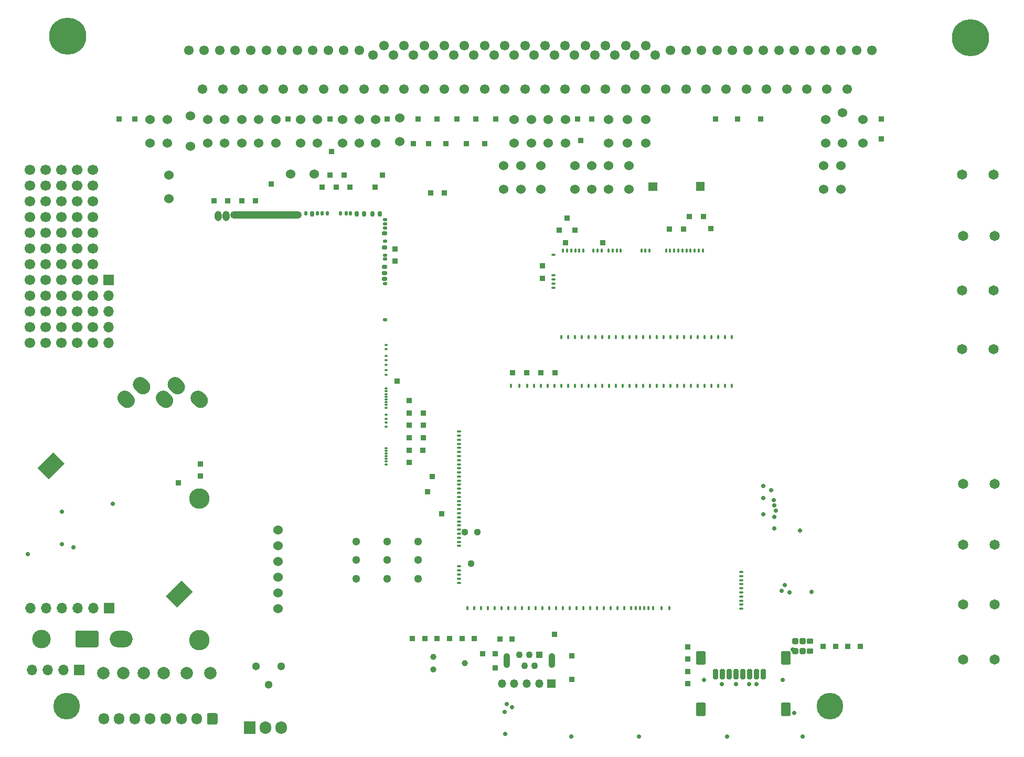
<source format=gbs>
G75*
G70*
%OFA0B0*%
%FSLAX25Y25*%
%IPPOS*%
%LPD*%
%AMOC8*
5,1,8,0,0,1.08239X$1,22.5*
%
%AMM237*
21,1,0.015350,0.009840,-0.000000,-0.000000,270.000000*
21,1,0.000000,0.025200,-0.000000,-0.000000,270.000000*
1,1,0.015350,-0.004920,-0.000000*
1,1,0.015350,-0.004920,-0.000000*
1,1,0.015350,0.004920,-0.000000*
1,1,0.015350,0.004920,-0.000000*
%
%AMM238*
21,1,0.015350,0.009840,-0.000000,-0.000000,180.000000*
21,1,0.000000,0.025200,-0.000000,-0.000000,180.000000*
1,1,0.015350,-0.000000,0.004920*
1,1,0.015350,-0.000000,0.004920*
1,1,0.015350,-0.000000,-0.004920*
1,1,0.015350,-0.000000,-0.004920*
%
%AMM371*
21,1,0.084250,0.045670,-0.000000,0.000000,90.000000*
21,1,0.067320,0.062600,-0.000000,0.000000,90.000000*
1,1,0.016930,0.022840,-0.033660*
1,1,0.016930,0.022840,0.033660*
1,1,0.016930,-0.022840,0.033660*
1,1,0.016930,-0.022840,-0.033660*
%
%AMM372*
21,1,0.064570,0.020470,-0.000000,0.000000,90.000000*
21,1,0.053940,0.031100,-0.000000,0.000000,90.000000*
1,1,0.010630,0.010240,-0.026970*
1,1,0.010630,0.010240,0.026970*
1,1,0.010630,-0.010240,0.026970*
1,1,0.010630,-0.010240,-0.026970*
%
%AMM373*
21,1,0.038980,0.026770,-0.000000,0.000000,270.000000*
21,1,0.026770,0.038980,-0.000000,0.000000,270.000000*
1,1,0.012210,-0.013390,0.013390*
1,1,0.012210,-0.013390,-0.013390*
1,1,0.012210,0.013390,-0.013390*
1,1,0.012210,0.013390,0.013390*
%
%AMM374*
21,1,0.033070,0.030710,-0.000000,0.000000,90.000000*
21,1,0.022050,0.041730,-0.000000,0.000000,90.000000*
1,1,0.011020,0.015350,-0.011020*
1,1,0.011020,0.015350,0.011020*
1,1,0.011020,-0.015350,0.011020*
1,1,0.011020,-0.015350,-0.011020*
%
%ADD109C,0.16929*%
%ADD115C,0.00394*%
%ADD126O,0.44882X0.04331*%
%ADD127O,0.01575X0.02362*%
%ADD128O,0.02362X0.03150*%
%ADD129O,0.02362X0.01575*%
%ADD130O,0.01575X0.00787*%
%ADD170C,0.02913*%
%ADD18C,0.02362*%
%ADD190R,0.07500X0.07874*%
%ADD191O,0.07500X0.07874*%
%ADD193C,0.03900*%
%ADD264O,0.04488X0.06457*%
%ADD265O,0.03701X0.02913*%
%ADD273O,0.02126X0.01339*%
%ADD274O,0.02913X0.02126*%
%ADD275O,0.02913X0.03701*%
%ADD276O,0.45433X0.04882*%
%ADD277O,0.02126X0.02913*%
%ADD28O,0.03937X0.05906*%
%ADD29O,0.03150X0.02362*%
%ADD30C,0.06000*%
%ADD31C,0.06102*%
%ADD32C,0.23622*%
%ADD325C,0.04451*%
%ADD35R,0.06693X0.06693*%
%ADD36O,0.06693X0.06693*%
%ADD38C,0.06496*%
%ADD40R,0.03346X0.03346*%
%ADD42O,0.05315X0.05315*%
%ADD43R,0.05315X0.05315*%
%ADD44C,0.11811*%
%ADD45C,0.06693*%
%ADD469M237*%
%ADD47C,0.07874*%
%ADD470M238*%
%ADD51C,0.05118*%
%ADD631M371*%
%ADD632M372*%
%ADD633M373*%
%ADD634M374*%
%ADD65O,0.14567X0.10630*%
%ADD81O,0.06693X0.07283*%
%ADD82O,0.04331X0.09449*%
%ADD83C,0.04331*%
%ADD84R,0.04331X0.04331*%
%ADD85C,0.13000*%
X0000000Y0000000D02*
%LPD*%
G01*
D115*
X0398967Y0355315D02*
X0404085Y0355315D01*
X0404085Y0355315D02*
X0404085Y0350197D01*
X0404085Y0350197D02*
X0398967Y0350197D01*
X0398967Y0350197D02*
X0398967Y0355315D01*
G36*
X0398967Y0355315D02*
G01*
X0404085Y0355315D01*
X0404085Y0350197D01*
X0398967Y0350197D01*
X0398967Y0355315D01*
G37*
X0429134Y0355512D02*
X0434252Y0355512D01*
X0434252Y0355512D02*
X0434252Y0350393D01*
X0434252Y0350393D02*
X0429134Y0350393D01*
X0429134Y0350393D02*
X0429134Y0355512D01*
G36*
X0429134Y0355512D02*
G01*
X0434252Y0355512D01*
X0434252Y0350393D01*
X0429134Y0350393D01*
X0429134Y0355512D01*
G37*
G36*
G01*
X0278147Y0101271D02*
X0279131Y0101271D01*
G75*
G02*
X0279623Y0100779I0000000J-000492D01*
G01*
X0279623Y0100779D01*
G75*
G02*
X0279131Y0100286I-000492J0000000D01*
G01*
X0278147Y0100286D01*
G75*
G02*
X0277655Y0100779I0000000J0000492D01*
G01*
X0277655Y0100779D01*
G75*
G02*
X0278147Y0101271I0000492J0000000D01*
G01*
G37*
G36*
G01*
X0279131Y0102885D02*
X0278147Y0102885D01*
G75*
G02*
X0277655Y0103377I0000000J0000492D01*
G01*
X0277655Y0103377D01*
G75*
G02*
X0278147Y0103869I0000492J0000000D01*
G01*
X0279131Y0103869D01*
G75*
G02*
X0279623Y0103377I0000000J-000492D01*
G01*
X0279623Y0103377D01*
G75*
G02*
X0279131Y0102885I-000492J0000000D01*
G01*
G37*
G36*
G01*
X0279131Y0105483D02*
X0278147Y0105483D01*
G75*
G02*
X0277655Y0105975I0000000J0000492D01*
G01*
X0277655Y0105975D01*
G75*
G02*
X0278147Y0106468I0000492J0000000D01*
G01*
X0279131Y0106468D01*
G75*
G02*
X0279623Y0105975I0000000J-000492D01*
G01*
X0279623Y0105975D01*
G75*
G02*
X0279131Y0105483I-000492J0000000D01*
G01*
G37*
G36*
G01*
X0279131Y0108082D02*
X0278147Y0108082D01*
G75*
G02*
X0277655Y0108574I0000000J0000492D01*
G01*
X0277655Y0108574D01*
G75*
G02*
X0278147Y0109066I0000492J0000000D01*
G01*
X0279131Y0109066D01*
G75*
G02*
X0279623Y0108574I0000000J-000492D01*
G01*
X0279623Y0108574D01*
G75*
G02*
X0279131Y0108082I-000492J0000000D01*
G01*
G37*
G36*
G01*
X0279131Y0110680D02*
X0278147Y0110680D01*
G75*
G02*
X0277655Y0111172I0000000J0000492D01*
G01*
X0277655Y0111172D01*
G75*
G02*
X0278147Y0111664I0000492J0000000D01*
G01*
X0279131Y0111664D01*
G75*
G02*
X0279623Y0111172I0000000J-000492D01*
G01*
X0279623Y0111172D01*
G75*
G02*
X0279131Y0110680I-000492J0000000D01*
G01*
G37*
G36*
G01*
X0279131Y0123672D02*
X0278147Y0123672D01*
G75*
G02*
X0277655Y0124164I0000000J0000492D01*
G01*
X0277655Y0124164D01*
G75*
G02*
X0278147Y0124656I0000492J0000000D01*
G01*
X0279131Y0124656D01*
G75*
G02*
X0279623Y0124164I0000000J-000492D01*
G01*
X0279623Y0124164D01*
G75*
G02*
X0279131Y0123672I-000492J0000000D01*
G01*
G37*
G36*
G01*
X0279131Y0126271D02*
X0278147Y0126271D01*
G75*
G02*
X0277655Y0126763I0000000J0000492D01*
G01*
X0277655Y0126763D01*
G75*
G02*
X0278147Y0127255I0000492J0000000D01*
G01*
X0279131Y0127255D01*
G75*
G02*
X0279623Y0126763I0000000J-000492D01*
G01*
X0279623Y0126763D01*
G75*
G02*
X0279131Y0126271I-000492J0000000D01*
G01*
G37*
G36*
G01*
X0279131Y0128869D02*
X0278147Y0128869D01*
G75*
G02*
X0277655Y0129361I0000000J0000492D01*
G01*
X0277655Y0129361D01*
G75*
G02*
X0278147Y0129853I0000492J0000000D01*
G01*
X0279131Y0129853D01*
G75*
G02*
X0279623Y0129361I0000000J-000492D01*
G01*
X0279623Y0129361D01*
G75*
G02*
X0279131Y0128869I-000492J0000000D01*
G01*
G37*
G36*
G01*
X0279131Y0131468D02*
X0278147Y0131468D01*
G75*
G02*
X0277655Y0131960I0000000J0000492D01*
G01*
X0277655Y0131960D01*
G75*
G02*
X0278147Y0132452I0000492J0000000D01*
G01*
X0279131Y0132452D01*
G75*
G02*
X0279623Y0131960I0000000J-000492D01*
G01*
X0279623Y0131960D01*
G75*
G02*
X0279131Y0131468I-000492J0000000D01*
G01*
G37*
G36*
G01*
X0279131Y0134066D02*
X0278147Y0134066D01*
G75*
G02*
X0277655Y0134558I0000000J0000492D01*
G01*
X0277655Y0134558D01*
G75*
G02*
X0278147Y0135050I0000492J0000000D01*
G01*
X0279131Y0135050D01*
G75*
G02*
X0279623Y0134558I0000000J-000492D01*
G01*
X0279623Y0134558D01*
G75*
G02*
X0279131Y0134066I-000492J0000000D01*
G01*
G37*
G36*
G01*
X0279131Y0136664D02*
X0278147Y0136664D01*
G75*
G02*
X0277655Y0137156I0000000J0000492D01*
G01*
X0277655Y0137156D01*
G75*
G02*
X0278147Y0137649I0000492J0000000D01*
G01*
X0279131Y0137649D01*
G75*
G02*
X0279623Y0137156I0000000J-000492D01*
G01*
X0279623Y0137156D01*
G75*
G02*
X0279131Y0136664I-000492J0000000D01*
G01*
G37*
G36*
G01*
X0279131Y0139263D02*
X0278147Y0139263D01*
G75*
G02*
X0277655Y0139755I0000000J0000492D01*
G01*
X0277655Y0139755D01*
G75*
G02*
X0278147Y0140247I0000492J0000000D01*
G01*
X0279131Y0140247D01*
G75*
G02*
X0279623Y0139755I0000000J-000492D01*
G01*
X0279623Y0139755D01*
G75*
G02*
X0279131Y0139263I-000492J0000000D01*
G01*
G37*
G36*
G01*
X0279131Y0141861D02*
X0278147Y0141861D01*
G75*
G02*
X0277655Y0142353I0000000J0000492D01*
G01*
X0277655Y0142353D01*
G75*
G02*
X0278147Y0142845I0000492J0000000D01*
G01*
X0279131Y0142845D01*
G75*
G02*
X0279623Y0142353I0000000J-000492D01*
G01*
X0279623Y0142353D01*
G75*
G02*
X0279131Y0141861I-000492J0000000D01*
G01*
G37*
G36*
G01*
X0279131Y0144460D02*
X0278147Y0144460D01*
G75*
G02*
X0277655Y0144952I0000000J0000492D01*
G01*
X0277655Y0144952D01*
G75*
G02*
X0278147Y0145444I0000492J0000000D01*
G01*
X0279131Y0145444D01*
G75*
G02*
X0279623Y0144952I0000000J-000492D01*
G01*
X0279623Y0144952D01*
G75*
G02*
X0279131Y0144460I-000492J0000000D01*
G01*
G37*
G36*
G01*
X0279131Y0147058D02*
X0278147Y0147058D01*
G75*
G02*
X0277655Y0147550I0000000J0000492D01*
G01*
X0277655Y0147550D01*
G75*
G02*
X0278147Y0148042I0000492J0000000D01*
G01*
X0279131Y0148042D01*
G75*
G02*
X0279623Y0147550I0000000J-000492D01*
G01*
X0279623Y0147550D01*
G75*
G02*
X0279131Y0147058I-000492J0000000D01*
G01*
G37*
G36*
G01*
X0279131Y0149657D02*
X0278147Y0149657D01*
G75*
G02*
X0277655Y0150149I0000000J0000492D01*
G01*
X0277655Y0150149D01*
G75*
G02*
X0278147Y0150641I0000492J0000000D01*
G01*
X0279131Y0150641D01*
G75*
G02*
X0279623Y0150149I0000000J-000492D01*
G01*
X0279623Y0150149D01*
G75*
G02*
X0279131Y0149657I-000492J0000000D01*
G01*
G37*
G36*
G01*
X0279131Y0152255D02*
X0278147Y0152255D01*
G75*
G02*
X0277655Y0152747I0000000J0000492D01*
G01*
X0277655Y0152747D01*
G75*
G02*
X0278147Y0153239I0000492J0000000D01*
G01*
X0279131Y0153239D01*
G75*
G02*
X0279623Y0152747I0000000J-000492D01*
G01*
X0279623Y0152747D01*
G75*
G02*
X0279131Y0152255I-000492J0000000D01*
G01*
G37*
G36*
G01*
X0279131Y0154853D02*
X0278147Y0154853D01*
G75*
G02*
X0277655Y0155345I0000000J0000492D01*
G01*
X0277655Y0155345D01*
G75*
G02*
X0278147Y0155838I0000492J0000000D01*
G01*
X0279131Y0155838D01*
G75*
G02*
X0279623Y0155345I0000000J-000492D01*
G01*
X0279623Y0155345D01*
G75*
G02*
X0279131Y0154853I-000492J0000000D01*
G01*
G37*
G36*
G01*
X0279131Y0157452D02*
X0278147Y0157452D01*
G75*
G02*
X0277655Y0157944I0000000J0000492D01*
G01*
X0277655Y0157944D01*
G75*
G02*
X0278147Y0158436I0000492J0000000D01*
G01*
X0279131Y0158436D01*
G75*
G02*
X0279623Y0157944I0000000J-000492D01*
G01*
X0279623Y0157944D01*
G75*
G02*
X0279131Y0157452I-000492J0000000D01*
G01*
G37*
G36*
G01*
X0279131Y0160050D02*
X0278147Y0160050D01*
G75*
G02*
X0277655Y0160542I0000000J0000492D01*
G01*
X0277655Y0160542D01*
G75*
G02*
X0278147Y0161034I0000492J0000000D01*
G01*
X0279131Y0161034D01*
G75*
G02*
X0279623Y0160542I0000000J-000492D01*
G01*
X0279623Y0160542D01*
G75*
G02*
X0279131Y0160050I-000492J0000000D01*
G01*
G37*
G36*
G01*
X0279131Y0162649D02*
X0278147Y0162649D01*
G75*
G02*
X0277655Y0163141I0000000J0000492D01*
G01*
X0277655Y0163141D01*
G75*
G02*
X0278147Y0163633I0000492J0000000D01*
G01*
X0279131Y0163633D01*
G75*
G02*
X0279623Y0163141I0000000J-000492D01*
G01*
X0279623Y0163141D01*
G75*
G02*
X0279131Y0162649I-000492J0000000D01*
G01*
G37*
G36*
G01*
X0279131Y0165247D02*
X0278147Y0165247D01*
G75*
G02*
X0277655Y0165739I0000000J0000492D01*
G01*
X0277655Y0165739D01*
G75*
G02*
X0278147Y0166231I0000492J0000000D01*
G01*
X0279131Y0166231D01*
G75*
G02*
X0279623Y0165739I0000000J-000492D01*
G01*
X0279623Y0165739D01*
G75*
G02*
X0279131Y0165247I-000492J0000000D01*
G01*
G37*
G36*
G01*
X0279131Y0167845D02*
X0278147Y0167845D01*
G75*
G02*
X0277655Y0168338I0000000J0000492D01*
G01*
X0277655Y0168338D01*
G75*
G02*
X0278147Y0168830I0000492J0000000D01*
G01*
X0279131Y0168830D01*
G75*
G02*
X0279623Y0168338I0000000J-000492D01*
G01*
X0279623Y0168338D01*
G75*
G02*
X0279131Y0167845I-000492J0000000D01*
G01*
G37*
G36*
G01*
X0279131Y0170444D02*
X0278147Y0170444D01*
G75*
G02*
X0277655Y0170936I0000000J0000492D01*
G01*
X0277655Y0170936D01*
G75*
G02*
X0278147Y0171428I0000492J0000000D01*
G01*
X0279131Y0171428D01*
G75*
G02*
X0279623Y0170936I0000000J-000492D01*
G01*
X0279623Y0170936D01*
G75*
G02*
X0279131Y0170444I-000492J0000000D01*
G01*
G37*
G36*
G01*
X0279131Y0173042D02*
X0278147Y0173042D01*
G75*
G02*
X0277655Y0173534I0000000J0000492D01*
G01*
X0277655Y0173534D01*
G75*
G02*
X0278147Y0174027I0000492J0000000D01*
G01*
X0279131Y0174027D01*
G75*
G02*
X0279623Y0173534I0000000J-000492D01*
G01*
X0279623Y0173534D01*
G75*
G02*
X0279131Y0173042I-000492J0000000D01*
G01*
G37*
G36*
G01*
X0279131Y0175641D02*
X0278147Y0175641D01*
G75*
G02*
X0277655Y0176133I0000000J0000492D01*
G01*
X0277655Y0176133D01*
G75*
G02*
X0278147Y0176625I0000492J0000000D01*
G01*
X0279131Y0176625D01*
G75*
G02*
X0279623Y0176133I0000000J-000492D01*
G01*
X0279623Y0176133D01*
G75*
G02*
X0279131Y0175641I-000492J0000000D01*
G01*
G37*
G36*
G01*
X0279131Y0178239D02*
X0278147Y0178239D01*
G75*
G02*
X0277655Y0178731I0000000J0000492D01*
G01*
X0277655Y0178731D01*
G75*
G02*
X0278147Y0179223I0000492J0000000D01*
G01*
X0279131Y0179223D01*
G75*
G02*
X0279623Y0178731I0000000J-000492D01*
G01*
X0279623Y0178731D01*
G75*
G02*
X0279131Y0178239I-000492J0000000D01*
G01*
G37*
G36*
G01*
X0279131Y0180838D02*
X0278147Y0180838D01*
G75*
G02*
X0277655Y0181330I0000000J0000492D01*
G01*
X0277655Y0181330D01*
G75*
G02*
X0278147Y0181822I0000492J0000000D01*
G01*
X0279131Y0181822D01*
G75*
G02*
X0279623Y0181330I0000000J-000492D01*
G01*
X0279623Y0181330D01*
G75*
G02*
X0279131Y0180838I-000492J0000000D01*
G01*
G37*
G36*
G01*
X0279131Y0183436D02*
X0278147Y0183436D01*
G75*
G02*
X0277655Y0183928I0000000J0000492D01*
G01*
X0277655Y0183928D01*
G75*
G02*
X0278147Y0184420I0000492J0000000D01*
G01*
X0279131Y0184420D01*
G75*
G02*
X0279623Y0183928I0000000J-000492D01*
G01*
X0279623Y0183928D01*
G75*
G02*
X0279131Y0183436I-000492J0000000D01*
G01*
G37*
G36*
G01*
X0279131Y0186034D02*
X0278147Y0186034D01*
G75*
G02*
X0277655Y0186527I0000000J0000492D01*
G01*
X0277655Y0186527D01*
G75*
G02*
X0278147Y0187019I0000492J0000000D01*
G01*
X0279131Y0187019D01*
G75*
G02*
X0279623Y0186527I0000000J-000492D01*
G01*
X0279623Y0186527D01*
G75*
G02*
X0279131Y0186034I-000492J0000000D01*
G01*
G37*
G36*
G01*
X0279131Y0188633D02*
X0278147Y0188633D01*
G75*
G02*
X0277655Y0189125I0000000J0000492D01*
G01*
X0277655Y0189125D01*
G75*
G02*
X0278147Y0189617I0000492J0000000D01*
G01*
X0279131Y0189617D01*
G75*
G02*
X0279623Y0189125I0000000J-000492D01*
G01*
X0279623Y0189125D01*
G75*
G02*
X0279131Y0188633I-000492J0000000D01*
G01*
G37*
G36*
G01*
X0279131Y0191231D02*
X0278147Y0191231D01*
G75*
G02*
X0277655Y0191723I0000000J0000492D01*
G01*
X0277655Y0191723D01*
G75*
G02*
X0278147Y0192216I0000492J0000000D01*
G01*
X0279131Y0192216D01*
G75*
G02*
X0279623Y0191723I0000000J-000492D01*
G01*
X0279623Y0191723D01*
G75*
G02*
X0279131Y0191231I-000492J0000000D01*
G01*
G37*
G36*
G01*
X0279131Y0193830D02*
X0278147Y0193830D01*
G75*
G02*
X0277655Y0194322I0000000J0000492D01*
G01*
X0277655Y0194322D01*
G75*
G02*
X0278147Y0194814I0000492J0000000D01*
G01*
X0279131Y0194814D01*
G75*
G02*
X0279623Y0194322I0000000J-000492D01*
G01*
X0279623Y0194322D01*
G75*
G02*
X0279131Y0193830I-000492J0000000D01*
G01*
G37*
G36*
G01*
X0279131Y0196428D02*
X0278147Y0196428D01*
G75*
G02*
X0277655Y0196920I0000000J0000492D01*
G01*
X0277655Y0196920D01*
G75*
G02*
X0278147Y0197412I0000492J0000000D01*
G01*
X0279131Y0197412D01*
G75*
G02*
X0279623Y0196920I0000000J-000492D01*
G01*
X0279623Y0196920D01*
G75*
G02*
X0279131Y0196428I-000492J0000000D01*
G01*
G37*
G36*
G01*
X0411796Y0084038D02*
X0411796Y0085023D01*
G75*
G02*
X0412288Y0085515I0000492J0000000D01*
G01*
X0412288Y0085515D01*
G75*
G02*
X0412781Y0085023I0000000J-000492D01*
G01*
X0412781Y0084038D01*
G75*
G02*
X0412288Y0083546I-000492J0000000D01*
G01*
X0412288Y0083546D01*
G75*
G02*
X0411796Y0084038I0000000J0000492D01*
G01*
G37*
G36*
G01*
X0407584Y0085023D02*
X0407584Y0084038D01*
G75*
G02*
X0407092Y0083546I-000492J0000000D01*
G01*
X0407092Y0083546D01*
G75*
G02*
X0406599Y0084038I0000000J0000492D01*
G01*
X0406599Y0085023D01*
G75*
G02*
X0407092Y0085515I0000492J0000000D01*
G01*
X0407092Y0085515D01*
G75*
G02*
X0407584Y0085023I0000000J-000492D01*
G01*
G37*
G36*
G01*
X0402387Y0085023D02*
X0402387Y0084038D01*
G75*
G02*
X0401895Y0083546I-000492J0000000D01*
G01*
X0401895Y0083546D01*
G75*
G02*
X0401403Y0084038I0000000J0000492D01*
G01*
X0401403Y0085023D01*
G75*
G02*
X0401895Y0085515I0000492J0000000D01*
G01*
X0401895Y0085515D01*
G75*
G02*
X0402387Y0085023I0000000J-000492D01*
G01*
G37*
G36*
G01*
X0399395Y0085023D02*
X0399395Y0084038D01*
G75*
G02*
X0398903Y0083546I-000492J0000000D01*
G01*
X0398903Y0083546D01*
G75*
G02*
X0398410Y0084038I0000000J0000492D01*
G01*
X0398410Y0085023D01*
G75*
G02*
X0398903Y0085515I0000492J0000000D01*
G01*
X0398903Y0085515D01*
G75*
G02*
X0399395Y0085023I0000000J-000492D01*
G01*
G37*
G36*
G01*
X0396777Y0085023D02*
X0396777Y0084038D01*
G75*
G02*
X0396284Y0083546I-000492J0000000D01*
G01*
X0396284Y0083546D01*
G75*
G02*
X0395792Y0084038I0000000J0000492D01*
G01*
X0395792Y0085023D01*
G75*
G02*
X0396284Y0085515I0000492J0000000D01*
G01*
X0396284Y0085515D01*
G75*
G02*
X0396777Y0085023I0000000J-000492D01*
G01*
G37*
G36*
G01*
X0394158Y0085023D02*
X0394158Y0084038D01*
G75*
G02*
X0393666Y0083546I-000492J0000000D01*
G01*
X0393666Y0083546D01*
G75*
G02*
X0393174Y0084038I0000000J0000492D01*
G01*
X0393174Y0085023D01*
G75*
G02*
X0393666Y0085515I0000492J0000000D01*
G01*
X0393666Y0085515D01*
G75*
G02*
X0394158Y0085023I0000000J-000492D01*
G01*
G37*
G36*
G01*
X0391540Y0085023D02*
X0391540Y0084038D01*
G75*
G02*
X0391048Y0083546I-000492J0000000D01*
G01*
X0391048Y0083546D01*
G75*
G02*
X0390556Y0084038I0000000J0000492D01*
G01*
X0390556Y0085023D01*
G75*
G02*
X0391048Y0085515I0000492J0000000D01*
G01*
X0391048Y0085515D01*
G75*
G02*
X0391540Y0085023I0000000J-000492D01*
G01*
G37*
G36*
G01*
X0388489Y0085023D02*
X0388489Y0084038D01*
G75*
G02*
X0387997Y0083546I-000492J0000000D01*
G01*
X0387997Y0083546D01*
G75*
G02*
X0387505Y0084038I0000000J0000492D01*
G01*
X0387505Y0085023D01*
G75*
G02*
X0387997Y0085515I0000492J0000000D01*
G01*
X0387997Y0085515D01*
G75*
G02*
X0388489Y0085023I0000000J-000492D01*
G01*
G37*
G36*
G01*
X0384158Y0085023D02*
X0384158Y0084038D01*
G75*
G02*
X0383666Y0083546I-000492J0000000D01*
G01*
X0383666Y0083546D01*
G75*
G02*
X0383174Y0084038I0000000J0000492D01*
G01*
X0383174Y0085023D01*
G75*
G02*
X0383666Y0085515I0000492J0000000D01*
G01*
X0383666Y0085515D01*
G75*
G02*
X0384158Y0085023I0000000J-000492D01*
G01*
G37*
G36*
G01*
X0379828Y0085023D02*
X0379828Y0084038D01*
G75*
G02*
X0379336Y0083546I-000492J0000000D01*
G01*
X0379336Y0083546D01*
G75*
G02*
X0378844Y0084038I0000000J0000492D01*
G01*
X0378844Y0085023D01*
G75*
G02*
X0379336Y0085515I0000492J0000000D01*
G01*
X0379336Y0085515D01*
G75*
G02*
X0379828Y0085023I0000000J-000492D01*
G01*
G37*
G36*
G01*
X0375497Y0085023D02*
X0375497Y0084038D01*
G75*
G02*
X0375005Y0083546I-000492J0000000D01*
G01*
X0375005Y0083546D01*
G75*
G02*
X0374513Y0084038I0000000J0000492D01*
G01*
X0374513Y0085023D01*
G75*
G02*
X0375005Y0085515I0000492J0000000D01*
G01*
X0375005Y0085515D01*
G75*
G02*
X0375497Y0085023I0000000J-000492D01*
G01*
G37*
G36*
G01*
X0371166Y0085023D02*
X0371166Y0084038D01*
G75*
G02*
X0370674Y0083546I-000492J0000000D01*
G01*
X0370674Y0083546D01*
G75*
G02*
X0370182Y0084038I0000000J0000492D01*
G01*
X0370182Y0085023D01*
G75*
G02*
X0370674Y0085515I0000492J0000000D01*
G01*
X0370674Y0085515D01*
G75*
G02*
X0371166Y0085023I0000000J-000492D01*
G01*
G37*
G36*
G01*
X0366836Y0085023D02*
X0366836Y0084038D01*
G75*
G02*
X0366344Y0083546I-000492J0000000D01*
G01*
X0366344Y0083546D01*
G75*
G02*
X0365851Y0084038I0000000J0000492D01*
G01*
X0365851Y0085023D01*
G75*
G02*
X0366344Y0085515I0000492J0000000D01*
G01*
X0366344Y0085515D01*
G75*
G02*
X0366836Y0085023I0000000J-000492D01*
G01*
G37*
G36*
G01*
X0362505Y0085023D02*
X0362505Y0084038D01*
G75*
G02*
X0362013Y0083546I-000492J0000000D01*
G01*
X0362013Y0083546D01*
G75*
G02*
X0361521Y0084038I0000000J0000492D01*
G01*
X0361521Y0085023D01*
G75*
G02*
X0362013Y0085515I0000492J0000000D01*
G01*
X0362013Y0085515D01*
G75*
G02*
X0362505Y0085023I0000000J-000492D01*
G01*
G37*
G36*
G01*
X0358174Y0085023D02*
X0358174Y0084038D01*
G75*
G02*
X0357682Y0083546I-000492J0000000D01*
G01*
X0357682Y0083546D01*
G75*
G02*
X0357190Y0084038I0000000J0000492D01*
G01*
X0357190Y0085023D01*
G75*
G02*
X0357682Y0085515I0000492J0000000D01*
G01*
X0357682Y0085515D01*
G75*
G02*
X0358174Y0085023I0000000J-000492D01*
G01*
G37*
G36*
G01*
X0353844Y0085023D02*
X0353844Y0084038D01*
G75*
G02*
X0353351Y0083546I-000492J0000000D01*
G01*
X0353351Y0083546D01*
G75*
G02*
X0352859Y0084038I0000000J0000492D01*
G01*
X0352859Y0085023D01*
G75*
G02*
X0353351Y0085515I0000492J0000000D01*
G01*
X0353351Y0085515D01*
G75*
G02*
X0353844Y0085023I0000000J-000492D01*
G01*
G37*
G36*
G01*
X0349513Y0085023D02*
X0349513Y0084038D01*
G75*
G02*
X0349021Y0083546I-000492J0000000D01*
G01*
X0349021Y0083546D01*
G75*
G02*
X0348529Y0084038I0000000J0000492D01*
G01*
X0348529Y0085023D01*
G75*
G02*
X0349021Y0085515I0000492J0000000D01*
G01*
X0349021Y0085515D01*
G75*
G02*
X0349513Y0085023I0000000J-000492D01*
G01*
G37*
G36*
G01*
X0345182Y0085023D02*
X0345182Y0084038D01*
G75*
G02*
X0344690Y0083546I-000492J0000000D01*
G01*
X0344690Y0083546D01*
G75*
G02*
X0344198Y0084038I0000000J0000492D01*
G01*
X0344198Y0085023D01*
G75*
G02*
X0344690Y0085515I0000492J0000000D01*
G01*
X0344690Y0085515D01*
G75*
G02*
X0345182Y0085023I0000000J-000492D01*
G01*
G37*
G36*
G01*
X0340851Y0085023D02*
X0340851Y0084038D01*
G75*
G02*
X0340359Y0083546I-000492J0000000D01*
G01*
X0340359Y0083546D01*
G75*
G02*
X0339867Y0084038I0000000J0000492D01*
G01*
X0339867Y0085023D01*
G75*
G02*
X0340359Y0085515I0000492J0000000D01*
G01*
X0340359Y0085515D01*
G75*
G02*
X0340851Y0085023I0000000J-000492D01*
G01*
G37*
G36*
G01*
X0336521Y0085023D02*
X0336521Y0084038D01*
G75*
G02*
X0336029Y0083546I-000492J0000000D01*
G01*
X0336029Y0083546D01*
G75*
G02*
X0335537Y0084038I0000000J0000492D01*
G01*
X0335537Y0085023D01*
G75*
G02*
X0336029Y0085515I0000492J0000000D01*
G01*
X0336029Y0085515D01*
G75*
G02*
X0336521Y0085023I0000000J-000492D01*
G01*
G37*
G36*
G01*
X0332190Y0085023D02*
X0332190Y0084038D01*
G75*
G02*
X0331698Y0083546I-000492J0000000D01*
G01*
X0331698Y0083546D01*
G75*
G02*
X0331206Y0084038I0000000J0000492D01*
G01*
X0331206Y0085023D01*
G75*
G02*
X0331698Y0085515I0000492J0000000D01*
G01*
X0331698Y0085515D01*
G75*
G02*
X0332190Y0085023I0000000J-000492D01*
G01*
G37*
G36*
G01*
X0327859Y0085023D02*
X0327859Y0084038D01*
G75*
G02*
X0327367Y0083546I-000492J0000000D01*
G01*
X0327367Y0083546D01*
G75*
G02*
X0326875Y0084038I0000000J0000492D01*
G01*
X0326875Y0085023D01*
G75*
G02*
X0327367Y0085515I0000492J0000000D01*
G01*
X0327367Y0085515D01*
G75*
G02*
X0327859Y0085023I0000000J-000492D01*
G01*
G37*
G36*
G01*
X0323529Y0085023D02*
X0323529Y0084038D01*
G75*
G02*
X0323037Y0083546I-000492J0000000D01*
G01*
X0323037Y0083546D01*
G75*
G02*
X0322544Y0084038I0000000J0000492D01*
G01*
X0322544Y0085023D01*
G75*
G02*
X0323037Y0085515I0000492J0000000D01*
G01*
X0323037Y0085515D01*
G75*
G02*
X0323529Y0085023I0000000J-000492D01*
G01*
G37*
G36*
G01*
X0319198Y0085023D02*
X0319198Y0084038D01*
G75*
G02*
X0318706Y0083546I-000492J0000000D01*
G01*
X0318706Y0083546D01*
G75*
G02*
X0318214Y0084038I0000000J0000492D01*
G01*
X0318214Y0085023D01*
G75*
G02*
X0318706Y0085515I0000492J0000000D01*
G01*
X0318706Y0085515D01*
G75*
G02*
X0319198Y0085023I0000000J-000492D01*
G01*
G37*
G36*
G01*
X0314867Y0085023D02*
X0314867Y0084038D01*
G75*
G02*
X0314375Y0083546I-000492J0000000D01*
G01*
X0314375Y0083546D01*
G75*
G02*
X0313883Y0084038I0000000J0000492D01*
G01*
X0313883Y0085023D01*
G75*
G02*
X0314375Y0085515I0000492J0000000D01*
G01*
X0314375Y0085515D01*
G75*
G02*
X0314867Y0085023I0000000J-000492D01*
G01*
G37*
G36*
G01*
X0310537Y0085023D02*
X0310537Y0084038D01*
G75*
G02*
X0310044Y0083546I-000492J0000000D01*
G01*
X0310044Y0083546D01*
G75*
G02*
X0309552Y0084038I0000000J0000492D01*
G01*
X0309552Y0085023D01*
G75*
G02*
X0310044Y0085515I0000492J0000000D01*
G01*
X0310044Y0085515D01*
G75*
G02*
X0310537Y0085023I0000000J-000492D01*
G01*
G37*
G36*
G01*
X0306206Y0085023D02*
X0306206Y0084038D01*
G75*
G02*
X0305714Y0083546I-000492J0000000D01*
G01*
X0305714Y0083546D01*
G75*
G02*
X0305222Y0084038I0000000J0000492D01*
G01*
X0305222Y0085023D01*
G75*
G02*
X0305714Y0085515I0000492J0000000D01*
G01*
X0305714Y0085515D01*
G75*
G02*
X0306206Y0085023I0000000J-000492D01*
G01*
G37*
G36*
G01*
X0301875Y0085023D02*
X0301875Y0084038D01*
G75*
G02*
X0301383Y0083546I-000492J0000000D01*
G01*
X0301383Y0083546D01*
G75*
G02*
X0300891Y0084038I0000000J0000492D01*
G01*
X0300891Y0085023D01*
G75*
G02*
X0301383Y0085515I0000492J0000000D01*
G01*
X0301383Y0085515D01*
G75*
G02*
X0301875Y0085023I0000000J-000492D01*
G01*
G37*
G36*
G01*
X0297544Y0085023D02*
X0297544Y0084038D01*
G75*
G02*
X0297052Y0083546I-000492J0000000D01*
G01*
X0297052Y0083546D01*
G75*
G02*
X0296560Y0084038I0000000J0000492D01*
G01*
X0296560Y0085023D01*
G75*
G02*
X0297052Y0085515I0000492J0000000D01*
G01*
X0297052Y0085515D01*
G75*
G02*
X0297544Y0085023I0000000J-000492D01*
G01*
G37*
G36*
G01*
X0293214Y0085023D02*
X0293214Y0084038D01*
G75*
G02*
X0292722Y0083546I-000492J0000000D01*
G01*
X0292722Y0083546D01*
G75*
G02*
X0292230Y0084038I0000000J0000492D01*
G01*
X0292230Y0085023D01*
G75*
G02*
X0292722Y0085515I0000492J0000000D01*
G01*
X0292722Y0085515D01*
G75*
G02*
X0293214Y0085023I0000000J-000492D01*
G01*
G37*
G36*
G01*
X0288883Y0085023D02*
X0288883Y0084038D01*
G75*
G02*
X0288391Y0083546I-000492J0000000D01*
G01*
X0288391Y0083546D01*
G75*
G02*
X0287899Y0084038I0000000J0000492D01*
G01*
X0287899Y0085023D01*
G75*
G02*
X0288391Y0085515I0000492J0000000D01*
G01*
X0288391Y0085515D01*
G75*
G02*
X0288883Y0085023I0000000J-000492D01*
G01*
G37*
G36*
G01*
X0284552Y0085023D02*
X0284552Y0084038D01*
G75*
G02*
X0284060Y0083546I-000492J0000000D01*
G01*
X0284060Y0083546D01*
G75*
G02*
X0283568Y0084038I0000000J0000492D01*
G01*
X0283568Y0085023D01*
G75*
G02*
X0284060Y0085515I0000492J0000000D01*
G01*
X0284060Y0085515D01*
G75*
G02*
X0284552Y0085023I0000000J-000492D01*
G01*
G37*
G36*
G01*
X0312111Y0226475D02*
X0312111Y0225491D01*
G75*
G02*
X0311619Y0224999I-000492J0000000D01*
G01*
X0311619Y0224999D01*
G75*
G02*
X0311127Y0225491I0000000J0000492D01*
G01*
X0311127Y0226475D01*
G75*
G02*
X0311619Y0226968I0000492J0000000D01*
G01*
X0311619Y0226968D01*
G75*
G02*
X0312111Y0226475I0000000J-000492D01*
G01*
G37*
G36*
G01*
X0316324Y0225491D02*
X0316324Y0226475D01*
G75*
G02*
X0316816Y0226968I0000492J0000000D01*
G01*
X0316816Y0226968D01*
G75*
G02*
X0317308Y0226475I0000000J-000492D01*
G01*
X0317308Y0225491D01*
G75*
G02*
X0316816Y0224999I-000492J0000000D01*
G01*
X0316816Y0224999D01*
G75*
G02*
X0316324Y0225491I0000000J0000492D01*
G01*
G37*
G36*
G01*
X0321521Y0225491D02*
X0321521Y0226475D01*
G75*
G02*
X0322013Y0226968I0000492J0000000D01*
G01*
X0322013Y0226968D01*
G75*
G02*
X0322505Y0226475I0000000J-000492D01*
G01*
X0322505Y0225491D01*
G75*
G02*
X0322013Y0224999I-000492J0000000D01*
G01*
X0322013Y0224999D01*
G75*
G02*
X0321521Y0225491I0000000J0000492D01*
G01*
G37*
G36*
G01*
X0325851Y0225491D02*
X0325851Y0226475D01*
G75*
G02*
X0326344Y0226968I0000492J0000000D01*
G01*
X0326344Y0226968D01*
G75*
G02*
X0326836Y0226475I0000000J-000492D01*
G01*
X0326836Y0225491D01*
G75*
G02*
X0326344Y0224999I-000492J0000000D01*
G01*
X0326344Y0224999D01*
G75*
G02*
X0325851Y0225491I0000000J0000492D01*
G01*
G37*
G36*
G01*
X0330182Y0225491D02*
X0330182Y0226475D01*
G75*
G02*
X0330674Y0226968I0000492J0000000D01*
G01*
X0330674Y0226968D01*
G75*
G02*
X0331166Y0226475I0000000J-000492D01*
G01*
X0331166Y0225491D01*
G75*
G02*
X0330674Y0224999I-000492J0000000D01*
G01*
X0330674Y0224999D01*
G75*
G02*
X0330182Y0225491I0000000J0000492D01*
G01*
G37*
G36*
G01*
X0334513Y0225491D02*
X0334513Y0226475D01*
G75*
G02*
X0335005Y0226968I0000492J0000000D01*
G01*
X0335005Y0226968D01*
G75*
G02*
X0335497Y0226475I0000000J-000492D01*
G01*
X0335497Y0225491D01*
G75*
G02*
X0335005Y0224999I-000492J0000000D01*
G01*
X0335005Y0224999D01*
G75*
G02*
X0334513Y0225491I0000000J0000492D01*
G01*
G37*
G36*
G01*
X0338843Y0225491D02*
X0338843Y0226475D01*
G75*
G02*
X0339336Y0226968I0000492J0000000D01*
G01*
X0339336Y0226968D01*
G75*
G02*
X0339828Y0226475I0000000J-000492D01*
G01*
X0339828Y0225491D01*
G75*
G02*
X0339336Y0224999I-000492J0000000D01*
G01*
X0339336Y0224999D01*
G75*
G02*
X0338843Y0225491I0000000J0000492D01*
G01*
G37*
G36*
G01*
X0343174Y0225491D02*
X0343174Y0226475D01*
G75*
G02*
X0343666Y0226968I0000492J0000000D01*
G01*
X0343666Y0226968D01*
G75*
G02*
X0344158Y0226475I0000000J-000492D01*
G01*
X0344158Y0225491D01*
G75*
G02*
X0343666Y0224999I-000492J0000000D01*
G01*
X0343666Y0224999D01*
G75*
G02*
X0343174Y0225491I0000000J0000492D01*
G01*
G37*
G36*
G01*
X0347505Y0225491D02*
X0347505Y0226475D01*
G75*
G02*
X0347997Y0226968I0000492J0000000D01*
G01*
X0347997Y0226968D01*
G75*
G02*
X0348489Y0226475I0000000J-000492D01*
G01*
X0348489Y0225491D01*
G75*
G02*
X0347997Y0224999I-000492J0000000D01*
G01*
X0347997Y0224999D01*
G75*
G02*
X0347505Y0225491I0000000J0000492D01*
G01*
G37*
G36*
G01*
X0351836Y0225491D02*
X0351836Y0226475D01*
G75*
G02*
X0352328Y0226968I0000492J0000000D01*
G01*
X0352328Y0226968D01*
G75*
G02*
X0352820Y0226475I0000000J-000492D01*
G01*
X0352820Y0225491D01*
G75*
G02*
X0352328Y0224999I-000492J0000000D01*
G01*
X0352328Y0224999D01*
G75*
G02*
X0351836Y0225491I0000000J0000492D01*
G01*
G37*
G36*
G01*
X0356166Y0225491D02*
X0356166Y0226475D01*
G75*
G02*
X0356658Y0226968I0000492J0000000D01*
G01*
X0356658Y0226968D01*
G75*
G02*
X0357151Y0226475I0000000J-000492D01*
G01*
X0357151Y0225491D01*
G75*
G02*
X0356658Y0224999I-000492J0000000D01*
G01*
X0356658Y0224999D01*
G75*
G02*
X0356166Y0225491I0000000J0000492D01*
G01*
G37*
G36*
G01*
X0360497Y0225491D02*
X0360497Y0226475D01*
G75*
G02*
X0360989Y0226968I0000492J0000000D01*
G01*
X0360989Y0226968D01*
G75*
G02*
X0361481Y0226475I0000000J-000492D01*
G01*
X0361481Y0225491D01*
G75*
G02*
X0360989Y0224999I-000492J0000000D01*
G01*
X0360989Y0224999D01*
G75*
G02*
X0360497Y0225491I0000000J0000492D01*
G01*
G37*
G36*
G01*
X0364828Y0225491D02*
X0364828Y0226475D01*
G75*
G02*
X0365320Y0226968I0000492J0000000D01*
G01*
X0365320Y0226968D01*
G75*
G02*
X0365812Y0226475I0000000J-000492D01*
G01*
X0365812Y0225491D01*
G75*
G02*
X0365320Y0224999I-000492J0000000D01*
G01*
X0365320Y0224999D01*
G75*
G02*
X0364828Y0225491I0000000J0000492D01*
G01*
G37*
G36*
G01*
X0369158Y0225491D02*
X0369158Y0226475D01*
G75*
G02*
X0369651Y0226968I0000492J0000000D01*
G01*
X0369651Y0226968D01*
G75*
G02*
X0370143Y0226475I0000000J-000492D01*
G01*
X0370143Y0225491D01*
G75*
G02*
X0369651Y0224999I-000492J0000000D01*
G01*
X0369651Y0224999D01*
G75*
G02*
X0369158Y0225491I0000000J0000492D01*
G01*
G37*
G36*
G01*
X0373489Y0225491D02*
X0373489Y0226475D01*
G75*
G02*
X0373981Y0226968I0000492J0000000D01*
G01*
X0373981Y0226968D01*
G75*
G02*
X0374473Y0226475I0000000J-000492D01*
G01*
X0374473Y0225491D01*
G75*
G02*
X0373981Y0224999I-000492J0000000D01*
G01*
X0373981Y0224999D01*
G75*
G02*
X0373489Y0225491I0000000J0000492D01*
G01*
G37*
G36*
G01*
X0377820Y0225491D02*
X0377820Y0226475D01*
G75*
G02*
X0378312Y0226968I0000492J0000000D01*
G01*
X0378312Y0226968D01*
G75*
G02*
X0378804Y0226475I0000000J-000492D01*
G01*
X0378804Y0225491D01*
G75*
G02*
X0378312Y0224999I-000492J0000000D01*
G01*
X0378312Y0224999D01*
G75*
G02*
X0377820Y0225491I0000000J0000492D01*
G01*
G37*
G36*
G01*
X0382150Y0225491D02*
X0382150Y0226475D01*
G75*
G02*
X0382643Y0226968I0000492J0000000D01*
G01*
X0382643Y0226968D01*
G75*
G02*
X0383135Y0226475I0000000J-000492D01*
G01*
X0383135Y0225491D01*
G75*
G02*
X0382643Y0224999I-000492J0000000D01*
G01*
X0382643Y0224999D01*
G75*
G02*
X0382150Y0225491I0000000J0000492D01*
G01*
G37*
G36*
G01*
X0386481Y0225491D02*
X0386481Y0226475D01*
G75*
G02*
X0386973Y0226968I0000492J0000000D01*
G01*
X0386973Y0226968D01*
G75*
G02*
X0387465Y0226475I0000000J-000492D01*
G01*
X0387465Y0225491D01*
G75*
G02*
X0386973Y0224999I-000492J0000000D01*
G01*
X0386973Y0224999D01*
G75*
G02*
X0386481Y0225491I0000000J0000492D01*
G01*
G37*
G36*
G01*
X0390812Y0225491D02*
X0390812Y0226475D01*
G75*
G02*
X0391304Y0226968I0000492J0000000D01*
G01*
X0391304Y0226968D01*
G75*
G02*
X0391796Y0226475I0000000J-000492D01*
G01*
X0391796Y0225491D01*
G75*
G02*
X0391304Y0224999I-000492J0000000D01*
G01*
X0391304Y0224999D01*
G75*
G02*
X0390812Y0225491I0000000J0000492D01*
G01*
G37*
G36*
G01*
X0395143Y0225491D02*
X0395143Y0226475D01*
G75*
G02*
X0395635Y0226968I0000492J0000000D01*
G01*
X0395635Y0226968D01*
G75*
G02*
X0396127Y0226475I0000000J-000492D01*
G01*
X0396127Y0225491D01*
G75*
G02*
X0395635Y0224999I-000492J0000000D01*
G01*
X0395635Y0224999D01*
G75*
G02*
X0395143Y0225491I0000000J0000492D01*
G01*
G37*
G36*
G01*
X0399473Y0225491D02*
X0399473Y0226475D01*
G75*
G02*
X0399965Y0226968I0000492J0000000D01*
G01*
X0399965Y0226968D01*
G75*
G02*
X0400458Y0226475I0000000J-000492D01*
G01*
X0400458Y0225491D01*
G75*
G02*
X0399965Y0224999I-000492J0000000D01*
G01*
X0399965Y0224999D01*
G75*
G02*
X0399473Y0225491I0000000J0000492D01*
G01*
G37*
G36*
G01*
X0403804Y0225491D02*
X0403804Y0226475D01*
G75*
G02*
X0404296Y0226968I0000492J0000000D01*
G01*
X0404296Y0226968D01*
G75*
G02*
X0404788Y0226475I0000000J-000492D01*
G01*
X0404788Y0225491D01*
G75*
G02*
X0404296Y0224999I-000492J0000000D01*
G01*
X0404296Y0224999D01*
G75*
G02*
X0403804Y0225491I0000000J0000492D01*
G01*
G37*
G36*
G01*
X0408135Y0225491D02*
X0408135Y0226475D01*
G75*
G02*
X0408627Y0226968I0000492J0000000D01*
G01*
X0408627Y0226968D01*
G75*
G02*
X0409119Y0226475I0000000J-000492D01*
G01*
X0409119Y0225491D01*
G75*
G02*
X0408627Y0224999I-000492J0000000D01*
G01*
X0408627Y0224999D01*
G75*
G02*
X0408135Y0225491I0000000J0000492D01*
G01*
G37*
G36*
G01*
X0412465Y0225491D02*
X0412465Y0226475D01*
G75*
G02*
X0412958Y0226968I0000492J0000000D01*
G01*
X0412958Y0226968D01*
G75*
G02*
X0413450Y0226475I0000000J-000492D01*
G01*
X0413450Y0225491D01*
G75*
G02*
X0412958Y0224999I-000492J0000000D01*
G01*
X0412958Y0224999D01*
G75*
G02*
X0412465Y0225491I0000000J0000492D01*
G01*
G37*
G36*
G01*
X0416796Y0225491D02*
X0416796Y0226475D01*
G75*
G02*
X0417288Y0226968I0000492J0000000D01*
G01*
X0417288Y0226968D01*
G75*
G02*
X0417780Y0226475I0000000J-000492D01*
G01*
X0417780Y0225491D01*
G75*
G02*
X0417288Y0224999I-000492J0000000D01*
G01*
X0417288Y0224999D01*
G75*
G02*
X0416796Y0225491I0000000J0000492D01*
G01*
G37*
G36*
G01*
X0421127Y0225491D02*
X0421127Y0226475D01*
G75*
G02*
X0421619Y0226968I0000492J0000000D01*
G01*
X0421619Y0226968D01*
G75*
G02*
X0422111Y0226475I0000000J-000492D01*
G01*
X0422111Y0225491D01*
G75*
G02*
X0421619Y0224999I-000492J0000000D01*
G01*
X0421619Y0224999D01*
G75*
G02*
X0421127Y0225491I0000000J0000492D01*
G01*
G37*
G36*
G01*
X0425457Y0225491D02*
X0425457Y0226475D01*
G75*
G02*
X0425950Y0226968I0000492J0000000D01*
G01*
X0425950Y0226968D01*
G75*
G02*
X0426442Y0226475I0000000J-000492D01*
G01*
X0426442Y0225491D01*
G75*
G02*
X0425950Y0224999I-000492J0000000D01*
G01*
X0425950Y0224999D01*
G75*
G02*
X0425457Y0225491I0000000J0000492D01*
G01*
G37*
G36*
G01*
X0429788Y0225491D02*
X0429788Y0226475D01*
G75*
G02*
X0430280Y0226968I0000492J0000000D01*
G01*
X0430280Y0226968D01*
G75*
G02*
X0430772Y0226475I0000000J-000492D01*
G01*
X0430772Y0225491D01*
G75*
G02*
X0430280Y0224999I-000492J0000000D01*
G01*
X0430280Y0224999D01*
G75*
G02*
X0429788Y0225491I0000000J0000492D01*
G01*
G37*
G36*
G01*
X0434119Y0225491D02*
X0434119Y0226475D01*
G75*
G02*
X0434611Y0226968I0000492J0000000D01*
G01*
X0434611Y0226968D01*
G75*
G02*
X0435103Y0226475I0000000J-000492D01*
G01*
X0435103Y0225491D01*
G75*
G02*
X0434611Y0224999I-000492J0000000D01*
G01*
X0434611Y0224999D01*
G75*
G02*
X0434119Y0225491I0000000J0000492D01*
G01*
G37*
G36*
G01*
X0438450Y0225491D02*
X0438450Y0226475D01*
G75*
G02*
X0438942Y0226968I0000492J0000000D01*
G01*
X0438942Y0226968D01*
G75*
G02*
X0439434Y0226475I0000000J-000492D01*
G01*
X0439434Y0225491D01*
G75*
G02*
X0438942Y0224999I-000492J0000000D01*
G01*
X0438942Y0224999D01*
G75*
G02*
X0438450Y0225491I0000000J0000492D01*
G01*
G37*
G36*
G01*
X0442780Y0225491D02*
X0442780Y0226475D01*
G75*
G02*
X0443272Y0226968I0000492J0000000D01*
G01*
X0443272Y0226968D01*
G75*
G02*
X0443765Y0226475I0000000J-000492D01*
G01*
X0443765Y0225491D01*
G75*
G02*
X0443272Y0224999I-000492J0000000D01*
G01*
X0443272Y0224999D01*
G75*
G02*
X0442780Y0225491I0000000J0000492D01*
G01*
G37*
G36*
G01*
X0447111Y0225491D02*
X0447111Y0226475D01*
G75*
G02*
X0447603Y0226968I0000492J0000000D01*
G01*
X0447603Y0226968D01*
G75*
G02*
X0448095Y0226475I0000000J-000492D01*
G01*
X0448095Y0225491D01*
G75*
G02*
X0447603Y0224999I-000492J0000000D01*
G01*
X0447603Y0224999D01*
G75*
G02*
X0447111Y0225491I0000000J0000492D01*
G01*
G37*
G36*
G01*
X0451442Y0225491D02*
X0451442Y0226475D01*
G75*
G02*
X0451934Y0226968I0000492J0000000D01*
G01*
X0451934Y0226968D01*
G75*
G02*
X0452426Y0226475I0000000J-000492D01*
G01*
X0452426Y0225491D01*
G75*
G02*
X0451934Y0224999I-000492J0000000D01*
G01*
X0451934Y0224999D01*
G75*
G02*
X0451442Y0225491I0000000J0000492D01*
G01*
G37*
G36*
G01*
X0457387Y0108141D02*
X0458371Y0108141D01*
G75*
G02*
X0458863Y0107649I0000000J-000492D01*
G01*
X0458863Y0107649D01*
G75*
G02*
X0458371Y0107156I-000492J0000000D01*
G01*
X0457387Y0107156D01*
G75*
G02*
X0456895Y0107649I0000000J0000492D01*
G01*
X0456895Y0107649D01*
G75*
G02*
X0457387Y0108141I0000492J0000000D01*
G01*
G37*
G36*
G01*
X0457387Y0105542D02*
X0458371Y0105542D01*
G75*
G02*
X0458863Y0105050I0000000J-000492D01*
G01*
X0458863Y0105050D01*
G75*
G02*
X0458371Y0104558I-000492J0000000D01*
G01*
X0457387Y0104558D01*
G75*
G02*
X0456895Y0105050I0000000J0000492D01*
G01*
X0456895Y0105050D01*
G75*
G02*
X0457387Y0105542I0000492J0000000D01*
G01*
G37*
G36*
G01*
X0457387Y0102944D02*
X0458371Y0102944D01*
G75*
G02*
X0458863Y0102452I0000000J-000492D01*
G01*
X0458863Y0102452D01*
G75*
G02*
X0458371Y0101960I-000492J0000000D01*
G01*
X0457387Y0101960D01*
G75*
G02*
X0456895Y0102452I0000000J0000492D01*
G01*
X0456895Y0102452D01*
G75*
G02*
X0457387Y0102944I0000492J0000000D01*
G01*
G37*
G36*
G01*
X0457387Y0100345D02*
X0458371Y0100345D01*
G75*
G02*
X0458863Y0099853I0000000J-000492D01*
G01*
X0458863Y0099853D01*
G75*
G02*
X0458371Y0099361I-000492J0000000D01*
G01*
X0457387Y0099361D01*
G75*
G02*
X0456895Y0099853I0000000J0000492D01*
G01*
X0456895Y0099853D01*
G75*
G02*
X0457387Y0100345I0000492J0000000D01*
G01*
G37*
G36*
G01*
X0457387Y0097747D02*
X0458371Y0097747D01*
G75*
G02*
X0458863Y0097255I0000000J-000492D01*
G01*
X0458863Y0097255D01*
G75*
G02*
X0458371Y0096763I-000492J0000000D01*
G01*
X0457387Y0096763D01*
G75*
G02*
X0456895Y0097255I0000000J0000492D01*
G01*
X0456895Y0097255D01*
G75*
G02*
X0457387Y0097747I0000492J0000000D01*
G01*
G37*
G36*
G01*
X0457387Y0095149D02*
X0458371Y0095149D01*
G75*
G02*
X0458863Y0094656I0000000J-000492D01*
G01*
X0458863Y0094656D01*
G75*
G02*
X0458371Y0094164I-000492J0000000D01*
G01*
X0457387Y0094164D01*
G75*
G02*
X0456895Y0094656I0000000J0000492D01*
G01*
X0456895Y0094656D01*
G75*
G02*
X0457387Y0095149I0000492J0000000D01*
G01*
G37*
G36*
G01*
X0457387Y0092550D02*
X0458371Y0092550D01*
G75*
G02*
X0458863Y0092058I0000000J-000492D01*
G01*
X0458863Y0092058D01*
G75*
G02*
X0458371Y0091566I-000492J0000000D01*
G01*
X0457387Y0091566D01*
G75*
G02*
X0456895Y0092058I0000000J0000492D01*
G01*
X0456895Y0092058D01*
G75*
G02*
X0457387Y0092550I0000492J0000000D01*
G01*
G37*
G36*
G01*
X0457387Y0089952D02*
X0458371Y0089952D01*
G75*
G02*
X0458863Y0089460I0000000J-000492D01*
G01*
X0458863Y0089460D01*
G75*
G02*
X0458371Y0088967I-000492J0000000D01*
G01*
X0457387Y0088967D01*
G75*
G02*
X0456895Y0089460I0000000J0000492D01*
G01*
X0456895Y0089460D01*
G75*
G02*
X0457387Y0089952I0000492J0000000D01*
G01*
G37*
G36*
G01*
X0457387Y0087353D02*
X0458371Y0087353D01*
G75*
G02*
X0458863Y0086861I0000000J-000492D01*
G01*
X0458863Y0086861D01*
G75*
G02*
X0458371Y0086369I-000492J0000000D01*
G01*
X0457387Y0086369D01*
G75*
G02*
X0456895Y0086861I0000000J0000492D01*
G01*
X0456895Y0086861D01*
G75*
G02*
X0457387Y0087353I0000492J0000000D01*
G01*
G37*
G36*
G01*
X0457387Y0084755D02*
X0458371Y0084755D01*
G75*
G02*
X0458863Y0084263I0000000J-000492D01*
G01*
X0458863Y0084263D01*
G75*
G02*
X0458371Y0083771I-000492J0000000D01*
G01*
X0457387Y0083771D01*
G75*
G02*
X0456895Y0084263I0000000J0000492D01*
G01*
X0456895Y0084263D01*
G75*
G02*
X0457387Y0084755I0000492J0000000D01*
G01*
G37*
D18*
X0478981Y0142754D03*
X0471757Y0144428D03*
X0479828Y0146593D03*
X0478981Y0150038D03*
X0478686Y0153384D03*
X0471757Y0154664D03*
X0476914Y0159782D03*
X0471757Y0162341D03*
X0495084Y0134093D03*
X0479040Y0135274D03*
D28*
X0125688Y0334046D03*
X0130632Y0334046D03*
D126*
X0156003Y0334538D03*
D127*
X0181396Y0335719D03*
D128*
X0185235Y0335326D03*
D127*
X0188659Y0335719D03*
X0191534Y0335719D03*
X0195057Y0335719D03*
X0203226Y0335719D03*
X0206770Y0335719D03*
X0209566Y0335719D03*
D128*
X0213582Y0335326D03*
X0218208Y0335326D03*
X0223522Y0335326D03*
X0228148Y0335326D03*
D129*
X0231692Y0331663D03*
X0231692Y0328928D03*
X0231692Y0326250D03*
D29*
X0231318Y0323023D03*
D129*
X0231692Y0317884D03*
D29*
X0231318Y0314066D03*
D129*
X0231692Y0309046D03*
X0231692Y0306487D03*
D29*
X0231318Y0301763D03*
X0231318Y0297530D03*
X0231318Y0294086D03*
D129*
X0231692Y0290838D03*
X0231692Y0267806D03*
D130*
X0232105Y0251842D03*
X0232105Y0249243D03*
X0232105Y0245070D03*
X0232105Y0242298D03*
X0232105Y0239148D03*
X0232105Y0235998D03*
X0232105Y0232865D03*
X0232105Y0224223D03*
X0232105Y0222491D03*
X0232105Y0220759D03*
X0232105Y0219027D03*
X0232105Y0217294D03*
X0232105Y0215562D03*
X0232105Y0213830D03*
X0232105Y0212097D03*
X0232105Y0207668D03*
X0232105Y0205070D03*
X0232105Y0202472D03*
X0232105Y0199873D03*
X0232105Y0186468D03*
X0232105Y0184735D03*
X0232105Y0183003D03*
X0232105Y0181271D03*
X0232105Y0179538D03*
X0232105Y0177806D03*
X0232105Y0176074D03*
D30*
X0171437Y0360630D03*
X0186437Y0360630D03*
D31*
X0525168Y0414788D03*
X0512373Y0414788D03*
X0499577Y0414788D03*
X0486782Y0414788D03*
X0473987Y0414788D03*
X0461192Y0414788D03*
X0448396Y0414788D03*
X0435601Y0414788D03*
X0422806Y0414788D03*
X0410010Y0414788D03*
X0397215Y0414788D03*
X0384420Y0414788D03*
X0371625Y0414788D03*
X0358829Y0414788D03*
X0346034Y0414788D03*
X0333239Y0414788D03*
X0320444Y0414788D03*
X0307648Y0414788D03*
X0294853Y0414788D03*
X0282058Y0414788D03*
X0269262Y0414788D03*
X0256467Y0414788D03*
X0243672Y0414788D03*
X0230877Y0414788D03*
X0218081Y0414788D03*
X0205286Y0414788D03*
X0192491Y0414788D03*
X0179695Y0414788D03*
X0166900Y0414788D03*
X0154105Y0414788D03*
X0141310Y0414788D03*
X0128514Y0414788D03*
X0115719Y0414788D03*
X0531073Y0439394D03*
X0511388Y0439394D03*
X0491703Y0439394D03*
X0472018Y0439394D03*
X0452333Y0439394D03*
X0432648Y0439394D03*
X0412963Y0439394D03*
X0397215Y0442347D03*
X0384420Y0442347D03*
X0371625Y0442347D03*
X0358829Y0442347D03*
X0346034Y0442347D03*
X0333239Y0442347D03*
X0320444Y0442347D03*
X0307648Y0442347D03*
X0294853Y0442347D03*
X0282058Y0442347D03*
X0269262Y0442347D03*
X0256467Y0442347D03*
X0243672Y0442347D03*
X0230877Y0442347D03*
X0215129Y0439394D03*
X0195444Y0439394D03*
X0175758Y0439394D03*
X0156073Y0439394D03*
X0136388Y0439394D03*
X0116703Y0439394D03*
X0540916Y0439394D03*
X0521231Y0439394D03*
X0501546Y0439394D03*
X0481861Y0439394D03*
X0462176Y0439394D03*
X0442491Y0439394D03*
X0422806Y0439394D03*
X0403121Y0436442D03*
X0390325Y0436442D03*
X0377530Y0436442D03*
X0364735Y0436442D03*
X0351940Y0436442D03*
X0339144Y0436442D03*
X0326349Y0436442D03*
X0313554Y0436442D03*
X0300758Y0436442D03*
X0287963Y0436442D03*
X0275168Y0436442D03*
X0262373Y0436442D03*
X0249577Y0436442D03*
X0236782Y0436442D03*
X0223987Y0436442D03*
X0205286Y0439394D03*
X0185601Y0439394D03*
X0165916Y0439394D03*
X0146231Y0439394D03*
X0126546Y0439394D03*
X0106861Y0439394D03*
D32*
X0030050Y0448253D03*
X0603711Y0447268D03*
D30*
X0082387Y0380385D03*
X0082387Y0395385D03*
X0118804Y0395385D03*
X0118804Y0380385D03*
X0140458Y0395385D03*
X0140458Y0380385D03*
X0177859Y0395385D03*
X0177859Y0380385D03*
X0204434Y0395385D03*
X0204434Y0380385D03*
X0335340Y0380385D03*
X0335340Y0395385D03*
X0346166Y0395385D03*
X0346166Y0380385D03*
X0373725Y0365857D03*
X0373725Y0350857D03*
X0386521Y0365857D03*
X0386521Y0350857D03*
X0511521Y0395385D03*
X0511521Y0380385D03*
X0535143Y0380385D03*
X0535143Y0395385D03*
X0093214Y0395385D03*
X0093214Y0380385D03*
X0129631Y0395385D03*
X0129631Y0380385D03*
X0162111Y0395385D03*
X0162111Y0380385D03*
X0188686Y0395385D03*
X0188686Y0380385D03*
X0225694Y0395385D03*
X0225694Y0380385D03*
X0306796Y0365857D03*
X0306796Y0350857D03*
X0317820Y0365857D03*
X0317820Y0350857D03*
X0324513Y0380385D03*
X0324513Y0395385D03*
X0352072Y0365857D03*
X0352072Y0350857D03*
X0362899Y0365857D03*
X0362899Y0350857D03*
X0522347Y0399696D03*
X0522347Y0380405D03*
X0107977Y0397530D03*
X0107977Y0378239D03*
X0330418Y0365857D03*
X0330418Y0350857D03*
X0373725Y0395385D03*
X0373725Y0380385D03*
X0397347Y0395385D03*
X0397347Y0380385D03*
X0521166Y0365857D03*
X0521166Y0350857D03*
X0510340Y0365857D03*
X0510340Y0350857D03*
X0151284Y0380385D03*
X0151284Y0395385D03*
D35*
X0055741Y0293420D03*
D36*
X0055741Y0283420D03*
X0055741Y0273420D03*
X0055741Y0263420D03*
X0055741Y0253420D03*
D109*
X0514261Y0022294D03*
X0029261Y0022294D03*
D38*
X0618371Y0286704D03*
X0598371Y0286704D03*
D40*
X0331403Y0302255D03*
D42*
X0305812Y0036507D03*
X0313686Y0036507D03*
X0321560Y0036507D03*
X0329434Y0036507D03*
D43*
X0337308Y0036507D03*
D40*
X0369788Y0317019D03*
X0114080Y0176468D03*
X0267426Y0144775D03*
X0517820Y0060326D03*
X0248922Y0065247D03*
X0062702Y0395759D03*
X0239277Y0228830D03*
X0280418Y0065247D03*
X0196560Y0360134D03*
D45*
X0005741Y0303420D03*
X0015741Y0303420D03*
X0025741Y0303420D03*
X0035741Y0303420D03*
X0045741Y0303420D03*
X0005741Y0293420D03*
X0015741Y0293420D03*
X0025741Y0293420D03*
X0035741Y0293420D03*
X0045741Y0293420D03*
X0005741Y0283420D03*
X0015741Y0283420D03*
X0025741Y0283420D03*
X0035741Y0283420D03*
X0045741Y0283420D03*
D40*
X0277269Y0395759D03*
X0264670Y0065247D03*
X0272544Y0065247D03*
X0264473Y0395759D03*
D47*
X0090907Y0043397D03*
D40*
X0304434Y0064853D03*
X0191639Y0352260D03*
X0246757Y0208751D03*
X0294985Y0380011D03*
X0533568Y0060326D03*
X0350103Y0039460D03*
D30*
X0313686Y0395385D03*
X0313686Y0380385D03*
X0240851Y0396182D03*
X0240851Y0381182D03*
G36*
G01*
X0433962Y0312440D02*
X0433962Y0311456D01*
G75*
G02*
X0433470Y0310964I-000492J0000000D01*
G01*
X0433470Y0310964D01*
G75*
G02*
X0432977Y0311456I0000000J0000492D01*
G01*
X0432977Y0312440D01*
G75*
G02*
X0433470Y0312932I0000492J0000000D01*
G01*
X0433470Y0312932D01*
G75*
G02*
X0433962Y0312440I0000000J-000492D01*
G01*
G37*
G36*
G01*
X0431363Y0312440D02*
X0431363Y0311456D01*
G75*
G02*
X0430871Y0310964I-000492J0000000D01*
G01*
X0430871Y0310964D01*
G75*
G02*
X0430379Y0311456I0000000J0000492D01*
G01*
X0430379Y0312440D01*
G75*
G02*
X0430871Y0312932I0000492J0000000D01*
G01*
X0430871Y0312932D01*
G75*
G02*
X0431363Y0312440I0000000J-000492D01*
G01*
G37*
G36*
G01*
X0428765Y0312440D02*
X0428765Y0311456D01*
G75*
G02*
X0428273Y0310964I-000492J0000000D01*
G01*
X0428273Y0310964D01*
G75*
G02*
X0427781Y0311456I0000000J0000492D01*
G01*
X0427781Y0312440D01*
G75*
G02*
X0428273Y0312932I0000492J0000000D01*
G01*
X0428273Y0312932D01*
G75*
G02*
X0428765Y0312440I0000000J-000492D01*
G01*
G37*
G36*
G01*
X0426166Y0312440D02*
X0426166Y0311456D01*
G75*
G02*
X0425674Y0310964I-000492J0000000D01*
G01*
X0425674Y0310964D01*
G75*
G02*
X0425182Y0311456I0000000J0000492D01*
G01*
X0425182Y0312440D01*
G75*
G02*
X0425674Y0312932I0000492J0000000D01*
G01*
X0425674Y0312932D01*
G75*
G02*
X0426166Y0312440I0000000J-000492D01*
G01*
G37*
G36*
G01*
X0423568Y0312440D02*
X0423568Y0311456D01*
G75*
G02*
X0423076Y0310964I-000492J0000000D01*
G01*
X0423076Y0310964D01*
G75*
G02*
X0422584Y0311456I0000000J0000492D01*
G01*
X0422584Y0312440D01*
G75*
G02*
X0423076Y0312932I0000492J0000000D01*
G01*
X0423076Y0312932D01*
G75*
G02*
X0423568Y0312440I0000000J-000492D01*
G01*
G37*
G36*
G01*
X0420969Y0312440D02*
X0420969Y0311456D01*
G75*
G02*
X0420477Y0310964I-000492J0000000D01*
G01*
X0420477Y0310964D01*
G75*
G02*
X0419985Y0311456I0000000J0000492D01*
G01*
X0419985Y0312440D01*
G75*
G02*
X0420477Y0312932I0000492J0000000D01*
G01*
X0420477Y0312932D01*
G75*
G02*
X0420969Y0312440I0000000J-000492D01*
G01*
G37*
G36*
G01*
X0418371Y0312440D02*
X0418371Y0311456D01*
G75*
G02*
X0417879Y0310964I-000492J0000000D01*
G01*
X0417879Y0310964D01*
G75*
G02*
X0417387Y0311456I0000000J0000492D01*
G01*
X0417387Y0312440D01*
G75*
G02*
X0417879Y0312932I0000492J0000000D01*
G01*
X0417879Y0312932D01*
G75*
G02*
X0418371Y0312440I0000000J-000492D01*
G01*
G37*
G36*
G01*
X0415773Y0312440D02*
X0415773Y0311456D01*
G75*
G02*
X0415280Y0310964I-000492J0000000D01*
G01*
X0415280Y0310964D01*
G75*
G02*
X0414788Y0311456I0000000J0000492D01*
G01*
X0414788Y0312440D01*
G75*
G02*
X0415280Y0312932I0000492J0000000D01*
G01*
X0415280Y0312932D01*
G75*
G02*
X0415773Y0312440I0000000J-000492D01*
G01*
G37*
G36*
G01*
X0413174Y0312440D02*
X0413174Y0311456D01*
G75*
G02*
X0412682Y0310964I-000492J0000000D01*
G01*
X0412682Y0310964D01*
G75*
G02*
X0412190Y0311456I0000000J0000492D01*
G01*
X0412190Y0312440D01*
G75*
G02*
X0412682Y0312932I0000492J0000000D01*
G01*
X0412682Y0312932D01*
G75*
G02*
X0413174Y0312440I0000000J-000492D01*
G01*
G37*
G36*
G01*
X0410576Y0312440D02*
X0410576Y0311456D01*
G75*
G02*
X0410084Y0310964I-000492J0000000D01*
G01*
X0410084Y0310964D01*
G75*
G02*
X0409592Y0311456I0000000J0000492D01*
G01*
X0409592Y0312440D01*
G75*
G02*
X0410084Y0312932I0000492J0000000D01*
G01*
X0410084Y0312932D01*
G75*
G02*
X0410576Y0312440I0000000J-000492D01*
G01*
G37*
G36*
G01*
X0400158Y0312440D02*
X0400158Y0311456D01*
G75*
G02*
X0399666Y0310964I-000492J0000000D01*
G01*
X0399666Y0310964D01*
G75*
G02*
X0399174Y0311456I0000000J0000492D01*
G01*
X0399174Y0312440D01*
G75*
G02*
X0399666Y0312932I0000492J0000000D01*
G01*
X0399666Y0312932D01*
G75*
G02*
X0400158Y0312440I0000000J-000492D01*
G01*
G37*
G36*
G01*
X0397560Y0312440D02*
X0397560Y0311456D01*
G75*
G02*
X0397068Y0310964I-000492J0000000D01*
G01*
X0397068Y0310964D01*
G75*
G02*
X0396576Y0311456I0000000J0000492D01*
G01*
X0396576Y0312440D01*
G75*
G02*
X0397068Y0312932I0000492J0000000D01*
G01*
X0397068Y0312932D01*
G75*
G02*
X0397560Y0312440I0000000J-000492D01*
G01*
G37*
G36*
G01*
X0394962Y0312440D02*
X0394962Y0311456D01*
G75*
G02*
X0394469Y0310964I-000492J0000000D01*
G01*
X0394469Y0310964D01*
G75*
G02*
X0393977Y0311456I0000000J0000492D01*
G01*
X0393977Y0312440D01*
G75*
G02*
X0394469Y0312932I0000492J0000000D01*
G01*
X0394469Y0312932D01*
G75*
G02*
X0394962Y0312440I0000000J-000492D01*
G01*
G37*
G36*
G01*
X0381867Y0312440D02*
X0381867Y0311456D01*
G75*
G02*
X0381375Y0310964I-000492J0000000D01*
G01*
X0381375Y0310964D01*
G75*
G02*
X0380882Y0311456I0000000J0000492D01*
G01*
X0380882Y0312440D01*
G75*
G02*
X0381375Y0312932I0000492J0000000D01*
G01*
X0381375Y0312932D01*
G75*
G02*
X0381867Y0312440I0000000J-000492D01*
G01*
G37*
G36*
G01*
X0379268Y0312440D02*
X0379268Y0311456D01*
G75*
G02*
X0378776Y0310964I-000492J0000000D01*
G01*
X0378776Y0310964D01*
G75*
G02*
X0378284Y0311456I0000000J0000492D01*
G01*
X0378284Y0312440D01*
G75*
G02*
X0378776Y0312932I0000492J0000000D01*
G01*
X0378776Y0312932D01*
G75*
G02*
X0379268Y0312440I0000000J-000492D01*
G01*
G37*
G36*
G01*
X0376670Y0312440D02*
X0376670Y0311456D01*
G75*
G02*
X0376178Y0310964I-000492J0000000D01*
G01*
X0376178Y0310964D01*
G75*
G02*
X0375686Y0311456I0000000J0000492D01*
G01*
X0375686Y0312440D01*
G75*
G02*
X0376178Y0312932I0000492J0000000D01*
G01*
X0376178Y0312932D01*
G75*
G02*
X0376670Y0312440I0000000J-000492D01*
G01*
G37*
G36*
G01*
X0374071Y0312440D02*
X0374071Y0311456D01*
G75*
G02*
X0373579Y0310964I-000492J0000000D01*
G01*
X0373579Y0310964D01*
G75*
G02*
X0373087Y0311456I0000000J0000492D01*
G01*
X0373087Y0312440D01*
G75*
G02*
X0373579Y0312932I0000492J0000000D01*
G01*
X0373579Y0312932D01*
G75*
G02*
X0374071Y0312440I0000000J-000492D01*
G01*
G37*
G36*
G01*
X0369658Y0312440D02*
X0369658Y0311456D01*
G75*
G02*
X0369166Y0310964I-000492J0000000D01*
G01*
X0369166Y0310964D01*
G75*
G02*
X0368674Y0311456I0000000J0000492D01*
G01*
X0368674Y0312440D01*
G75*
G02*
X0369166Y0312932I0000492J0000000D01*
G01*
X0369166Y0312932D01*
G75*
G02*
X0369658Y0312440I0000000J-000492D01*
G01*
G37*
G36*
G01*
X0367060Y0312440D02*
X0367060Y0311456D01*
G75*
G02*
X0366568Y0310964I-000492J0000000D01*
G01*
X0366568Y0310964D01*
G75*
G02*
X0366076Y0311456I0000000J0000492D01*
G01*
X0366076Y0312440D01*
G75*
G02*
X0366568Y0312932I0000492J0000000D01*
G01*
X0366568Y0312932D01*
G75*
G02*
X0367060Y0312440I0000000J-000492D01*
G01*
G37*
G36*
G01*
X0364462Y0312440D02*
X0364462Y0311456D01*
G75*
G02*
X0363969Y0310964I-000492J0000000D01*
G01*
X0363969Y0310964D01*
G75*
G02*
X0363477Y0311456I0000000J0000492D01*
G01*
X0363477Y0312440D01*
G75*
G02*
X0363969Y0312932I0000492J0000000D01*
G01*
X0363969Y0312932D01*
G75*
G02*
X0364462Y0312440I0000000J-000492D01*
G01*
G37*
G36*
G01*
X0358158Y0312440D02*
X0358158Y0311456D01*
G75*
G02*
X0357666Y0310964I-000492J0000000D01*
G01*
X0357666Y0310964D01*
G75*
G02*
X0357174Y0311456I0000000J0000492D01*
G01*
X0357174Y0312440D01*
G75*
G02*
X0357666Y0312932I0000492J0000000D01*
G01*
X0357666Y0312932D01*
G75*
G02*
X0358158Y0312440I0000000J-000492D01*
G01*
G37*
G36*
G01*
X0355560Y0312440D02*
X0355560Y0311456D01*
G75*
G02*
X0355068Y0310964I-000492J0000000D01*
G01*
X0355068Y0310964D01*
G75*
G02*
X0354576Y0311456I0000000J0000492D01*
G01*
X0354576Y0312440D01*
G75*
G02*
X0355068Y0312932I0000492J0000000D01*
G01*
X0355068Y0312932D01*
G75*
G02*
X0355560Y0312440I0000000J-000492D01*
G01*
G37*
G36*
G01*
X0352962Y0312440D02*
X0352962Y0311456D01*
G75*
G02*
X0352469Y0310964I-000492J0000000D01*
G01*
X0352469Y0310964D01*
G75*
G02*
X0351977Y0311456I0000000J0000492D01*
G01*
X0351977Y0312440D01*
G75*
G02*
X0352469Y0312932I0000492J0000000D01*
G01*
X0352469Y0312932D01*
G75*
G02*
X0352962Y0312440I0000000J-000492D01*
G01*
G37*
G36*
G01*
X0350363Y0312440D02*
X0350363Y0311456D01*
G75*
G02*
X0349871Y0310964I-000492J0000000D01*
G01*
X0349871Y0310964D01*
G75*
G02*
X0349379Y0311456I0000000J0000492D01*
G01*
X0349379Y0312440D01*
G75*
G02*
X0349871Y0312932I0000492J0000000D01*
G01*
X0349871Y0312932D01*
G75*
G02*
X0350363Y0312440I0000000J-000492D01*
G01*
G37*
G36*
G01*
X0347765Y0312440D02*
X0347765Y0311456D01*
G75*
G02*
X0347273Y0310964I-000492J0000000D01*
G01*
X0347273Y0310964D01*
G75*
G02*
X0346780Y0311456I0000000J0000492D01*
G01*
X0346780Y0312440D01*
G75*
G02*
X0347273Y0312932I0000492J0000000D01*
G01*
X0347273Y0312932D01*
G75*
G02*
X0347765Y0312440I0000000J-000492D01*
G01*
G37*
G36*
G01*
X0345166Y0312440D02*
X0345166Y0311456D01*
G75*
G02*
X0344674Y0310964I-000492J0000000D01*
G01*
X0344674Y0310964D01*
G75*
G02*
X0344182Y0311456I0000000J0000492D01*
G01*
X0344182Y0312440D01*
G75*
G02*
X0344674Y0312932I0000492J0000000D01*
G01*
X0344674Y0312932D01*
G75*
G02*
X0345166Y0312440I0000000J-000492D01*
G01*
G37*
G36*
G01*
X0344178Y0257471D02*
X0344178Y0256487D01*
G75*
G02*
X0343686Y0255995I-000492J0000000D01*
G01*
X0343686Y0255995D01*
G75*
G02*
X0343194Y0256487I0000000J0000492D01*
G01*
X0343194Y0257471D01*
G75*
G02*
X0343686Y0257964I0000492J0000000D01*
G01*
X0343686Y0257964D01*
G75*
G02*
X0344178Y0257471I0000000J-000492D01*
G01*
G37*
G36*
G01*
X0348509Y0257471D02*
X0348509Y0256487D01*
G75*
G02*
X0348017Y0255995I-000492J0000000D01*
G01*
X0348017Y0255995D01*
G75*
G02*
X0347525Y0256487I0000000J0000492D01*
G01*
X0347525Y0257471D01*
G75*
G02*
X0348017Y0257964I0000492J0000000D01*
G01*
X0348017Y0257964D01*
G75*
G02*
X0348509Y0257471I0000000J-000492D01*
G01*
G37*
G36*
G01*
X0352840Y0257471D02*
X0352840Y0256487D01*
G75*
G02*
X0352348Y0255995I-000492J0000000D01*
G01*
X0352348Y0255995D01*
G75*
G02*
X0351855Y0256487I0000000J0000492D01*
G01*
X0351855Y0257471D01*
G75*
G02*
X0352348Y0257964I0000492J0000000D01*
G01*
X0352348Y0257964D01*
G75*
G02*
X0352840Y0257471I0000000J-000492D01*
G01*
G37*
G36*
G01*
X0357170Y0257471D02*
X0357170Y0256487D01*
G75*
G02*
X0356678Y0255995I-000492J0000000D01*
G01*
X0356678Y0255995D01*
G75*
G02*
X0356186Y0256487I0000000J0000492D01*
G01*
X0356186Y0257471D01*
G75*
G02*
X0356678Y0257964I0000492J0000000D01*
G01*
X0356678Y0257964D01*
G75*
G02*
X0357170Y0257471I0000000J-000492D01*
G01*
G37*
G36*
G01*
X0361501Y0257471D02*
X0361501Y0256487D01*
G75*
G02*
X0361009Y0255995I-000492J0000000D01*
G01*
X0361009Y0255995D01*
G75*
G02*
X0360517Y0256487I0000000J0000492D01*
G01*
X0360517Y0257471D01*
G75*
G02*
X0361009Y0257964I0000492J0000000D01*
G01*
X0361009Y0257964D01*
G75*
G02*
X0361501Y0257471I0000000J-000492D01*
G01*
G37*
G36*
G01*
X0365832Y0257471D02*
X0365832Y0256487D01*
G75*
G02*
X0365340Y0255995I-000492J0000000D01*
G01*
X0365340Y0255995D01*
G75*
G02*
X0364848Y0256487I0000000J0000492D01*
G01*
X0364848Y0257471D01*
G75*
G02*
X0365340Y0257964I0000492J0000000D01*
G01*
X0365340Y0257964D01*
G75*
G02*
X0365832Y0257471I0000000J-000492D01*
G01*
G37*
G36*
G01*
X0370163Y0257471D02*
X0370163Y0256487D01*
G75*
G02*
X0369670Y0255995I-000492J0000000D01*
G01*
X0369670Y0255995D01*
G75*
G02*
X0369178Y0256487I0000000J0000492D01*
G01*
X0369178Y0257471D01*
G75*
G02*
X0369670Y0257964I0000492J0000000D01*
G01*
X0369670Y0257964D01*
G75*
G02*
X0370163Y0257471I0000000J-000492D01*
G01*
G37*
G36*
G01*
X0374493Y0257471D02*
X0374493Y0256487D01*
G75*
G02*
X0374001Y0255995I-000492J0000000D01*
G01*
X0374001Y0255995D01*
G75*
G02*
X0373509Y0256487I0000000J0000492D01*
G01*
X0373509Y0257471D01*
G75*
G02*
X0374001Y0257964I0000492J0000000D01*
G01*
X0374001Y0257964D01*
G75*
G02*
X0374493Y0257471I0000000J-000492D01*
G01*
G37*
G36*
G01*
X0378824Y0257471D02*
X0378824Y0256487D01*
G75*
G02*
X0378332Y0255995I-000492J0000000D01*
G01*
X0378332Y0255995D01*
G75*
G02*
X0377840Y0256487I0000000J0000492D01*
G01*
X0377840Y0257471D01*
G75*
G02*
X0378332Y0257964I0000492J0000000D01*
G01*
X0378332Y0257964D01*
G75*
G02*
X0378824Y0257471I0000000J-000492D01*
G01*
G37*
G36*
G01*
X0383155Y0257471D02*
X0383155Y0256487D01*
G75*
G02*
X0382663Y0255995I-000492J0000000D01*
G01*
X0382663Y0255995D01*
G75*
G02*
X0382170Y0256487I0000000J0000492D01*
G01*
X0382170Y0257471D01*
G75*
G02*
X0382663Y0257964I0000492J0000000D01*
G01*
X0382663Y0257964D01*
G75*
G02*
X0383155Y0257471I0000000J-000492D01*
G01*
G37*
G36*
G01*
X0387485Y0257471D02*
X0387485Y0256487D01*
G75*
G02*
X0386993Y0255995I-000492J0000000D01*
G01*
X0386993Y0255995D01*
G75*
G02*
X0386501Y0256487I0000000J0000492D01*
G01*
X0386501Y0257471D01*
G75*
G02*
X0386993Y0257964I0000492J0000000D01*
G01*
X0386993Y0257964D01*
G75*
G02*
X0387485Y0257471I0000000J-000492D01*
G01*
G37*
G36*
G01*
X0391816Y0257471D02*
X0391816Y0256487D01*
G75*
G02*
X0391324Y0255995I-000492J0000000D01*
G01*
X0391324Y0255995D01*
G75*
G02*
X0390832Y0256487I0000000J0000492D01*
G01*
X0390832Y0257471D01*
G75*
G02*
X0391324Y0257964I0000492J0000000D01*
G01*
X0391324Y0257964D01*
G75*
G02*
X0391816Y0257471I0000000J-000492D01*
G01*
G37*
G36*
G01*
X0396147Y0257471D02*
X0396147Y0256487D01*
G75*
G02*
X0395655Y0255995I-000492J0000000D01*
G01*
X0395655Y0255995D01*
G75*
G02*
X0395162Y0256487I0000000J0000492D01*
G01*
X0395162Y0257471D01*
G75*
G02*
X0395655Y0257964I0000492J0000000D01*
G01*
X0395655Y0257964D01*
G75*
G02*
X0396147Y0257471I0000000J-000492D01*
G01*
G37*
G36*
G01*
X0400477Y0257471D02*
X0400477Y0256487D01*
G75*
G02*
X0399985Y0255995I-000492J0000000D01*
G01*
X0399985Y0255995D01*
G75*
G02*
X0399493Y0256487I0000000J0000492D01*
G01*
X0399493Y0257471D01*
G75*
G02*
X0399985Y0257964I0000492J0000000D01*
G01*
X0399985Y0257964D01*
G75*
G02*
X0400477Y0257471I0000000J-000492D01*
G01*
G37*
G36*
G01*
X0404808Y0257471D02*
X0404808Y0256487D01*
G75*
G02*
X0404316Y0255995I-000492J0000000D01*
G01*
X0404316Y0255995D01*
G75*
G02*
X0403824Y0256487I0000000J0000492D01*
G01*
X0403824Y0257471D01*
G75*
G02*
X0404316Y0257964I0000492J0000000D01*
G01*
X0404316Y0257964D01*
G75*
G02*
X0404808Y0257471I0000000J-000492D01*
G01*
G37*
G36*
G01*
X0409139Y0257471D02*
X0409139Y0256487D01*
G75*
G02*
X0408647Y0255995I-000492J0000000D01*
G01*
X0408647Y0255995D01*
G75*
G02*
X0408155Y0256487I0000000J0000492D01*
G01*
X0408155Y0257471D01*
G75*
G02*
X0408647Y0257964I0000492J0000000D01*
G01*
X0408647Y0257964D01*
G75*
G02*
X0409139Y0257471I0000000J-000492D01*
G01*
G37*
G36*
G01*
X0413470Y0257471D02*
X0413470Y0256487D01*
G75*
G02*
X0412977Y0255995I-000492J0000000D01*
G01*
X0412977Y0255995D01*
G75*
G02*
X0412485Y0256487I0000000J0000492D01*
G01*
X0412485Y0257471D01*
G75*
G02*
X0412977Y0257964I0000492J0000000D01*
G01*
X0412977Y0257964D01*
G75*
G02*
X0413470Y0257471I0000000J-000492D01*
G01*
G37*
G36*
G01*
X0417800Y0257471D02*
X0417800Y0256487D01*
G75*
G02*
X0417308Y0255995I-000492J0000000D01*
G01*
X0417308Y0255995D01*
G75*
G02*
X0416816Y0256487I0000000J0000492D01*
G01*
X0416816Y0257471D01*
G75*
G02*
X0417308Y0257964I0000492J0000000D01*
G01*
X0417308Y0257964D01*
G75*
G02*
X0417800Y0257471I0000000J-000492D01*
G01*
G37*
G36*
G01*
X0422131Y0257471D02*
X0422131Y0256487D01*
G75*
G02*
X0421639Y0255995I-000492J0000000D01*
G01*
X0421639Y0255995D01*
G75*
G02*
X0421147Y0256487I0000000J0000492D01*
G01*
X0421147Y0257471D01*
G75*
G02*
X0421639Y0257964I0000492J0000000D01*
G01*
X0421639Y0257964D01*
G75*
G02*
X0422131Y0257471I0000000J-000492D01*
G01*
G37*
G36*
G01*
X0426462Y0257471D02*
X0426462Y0256487D01*
G75*
G02*
X0425970Y0255995I-000492J0000000D01*
G01*
X0425970Y0255995D01*
G75*
G02*
X0425477Y0256487I0000000J0000492D01*
G01*
X0425477Y0257471D01*
G75*
G02*
X0425970Y0257964I0000492J0000000D01*
G01*
X0425970Y0257964D01*
G75*
G02*
X0426462Y0257471I0000000J-000492D01*
G01*
G37*
G36*
G01*
X0430792Y0257471D02*
X0430792Y0256487D01*
G75*
G02*
X0430300Y0255995I-000492J0000000D01*
G01*
X0430300Y0255995D01*
G75*
G02*
X0429808Y0256487I0000000J0000492D01*
G01*
X0429808Y0257471D01*
G75*
G02*
X0430300Y0257964I0000492J0000000D01*
G01*
X0430300Y0257964D01*
G75*
G02*
X0430792Y0257471I0000000J-000492D01*
G01*
G37*
G36*
G01*
X0435123Y0257471D02*
X0435123Y0256487D01*
G75*
G02*
X0434631Y0255995I-000492J0000000D01*
G01*
X0434631Y0255995D01*
G75*
G02*
X0434139Y0256487I0000000J0000492D01*
G01*
X0434139Y0257471D01*
G75*
G02*
X0434631Y0257964I0000492J0000000D01*
G01*
X0434631Y0257964D01*
G75*
G02*
X0435123Y0257471I0000000J-000492D01*
G01*
G37*
G36*
G01*
X0439454Y0257471D02*
X0439454Y0256487D01*
G75*
G02*
X0438962Y0255995I-000492J0000000D01*
G01*
X0438962Y0255995D01*
G75*
G02*
X0438469Y0256487I0000000J0000492D01*
G01*
X0438469Y0257471D01*
G75*
G02*
X0438962Y0257964I0000492J0000000D01*
G01*
X0438962Y0257964D01*
G75*
G02*
X0439454Y0257471I0000000J-000492D01*
G01*
G37*
G36*
G01*
X0443784Y0257471D02*
X0443784Y0256487D01*
G75*
G02*
X0443292Y0255995I-000492J0000000D01*
G01*
X0443292Y0255995D01*
G75*
G02*
X0442800Y0256487I0000000J0000492D01*
G01*
X0442800Y0257471D01*
G75*
G02*
X0443292Y0257964I0000492J0000000D01*
G01*
X0443292Y0257964D01*
G75*
G02*
X0443784Y0257471I0000000J-000492D01*
G01*
G37*
G36*
G01*
X0448115Y0257471D02*
X0448115Y0256487D01*
G75*
G02*
X0447623Y0255995I-000492J0000000D01*
G01*
X0447623Y0255995D01*
G75*
G02*
X0447131Y0256487I0000000J0000492D01*
G01*
X0447131Y0257471D01*
G75*
G02*
X0447623Y0257964I0000492J0000000D01*
G01*
X0447623Y0257964D01*
G75*
G02*
X0448115Y0257471I0000000J-000492D01*
G01*
G37*
G36*
G01*
X0451462Y0256487D02*
X0451462Y0257471D01*
G75*
G02*
X0451954Y0257964I0000492J0000000D01*
G01*
X0451954Y0257964D01*
G75*
G02*
X0452446Y0257471I0000000J-000492D01*
G01*
X0452446Y0256487D01*
G75*
G02*
X0451954Y0255995I-000492J0000000D01*
G01*
X0451954Y0255995D01*
G75*
G02*
X0451462Y0256487I0000000J0000492D01*
G01*
G37*
G36*
G01*
X0338194Y0309632D02*
X0339178Y0309632D01*
G75*
G02*
X0339670Y0309140I0000000J-000492D01*
G01*
X0339670Y0309140D01*
G75*
G02*
X0339178Y0308648I-000492J0000000D01*
G01*
X0338194Y0308648D01*
G75*
G02*
X0337702Y0309140I0000000J0000492D01*
G01*
X0337702Y0309140D01*
G75*
G02*
X0338194Y0309632I0000492J0000000D01*
G01*
G37*
G36*
G01*
X0338194Y0296640D02*
X0339178Y0296640D01*
G75*
G02*
X0339670Y0296148I0000000J-000492D01*
G01*
X0339670Y0296148D01*
G75*
G02*
X0339178Y0295656I-000492J0000000D01*
G01*
X0338194Y0295656D01*
G75*
G02*
X0337702Y0296148I0000000J0000492D01*
G01*
X0337702Y0296148D01*
G75*
G02*
X0338194Y0296640I0000492J0000000D01*
G01*
G37*
G36*
G01*
X0338194Y0294041D02*
X0339178Y0294041D01*
G75*
G02*
X0339670Y0293549I0000000J-000492D01*
G01*
X0339670Y0293549D01*
G75*
G02*
X0339178Y0293057I-000492J0000000D01*
G01*
X0338194Y0293057D01*
G75*
G02*
X0337702Y0293549I0000000J0000492D01*
G01*
X0337702Y0293549D01*
G75*
G02*
X0338194Y0294041I0000492J0000000D01*
G01*
G37*
G36*
G01*
X0338194Y0291443D02*
X0339178Y0291443D01*
G75*
G02*
X0339670Y0290951I0000000J-000492D01*
G01*
X0339670Y0290951D01*
G75*
G02*
X0339178Y0290459I-000492J0000000D01*
G01*
X0338194Y0290459D01*
G75*
G02*
X0337702Y0290951I0000000J0000492D01*
G01*
X0337702Y0290951D01*
G75*
G02*
X0338194Y0291443I0000492J0000000D01*
G01*
G37*
G36*
G01*
X0338194Y0288845D02*
X0339178Y0288845D01*
G75*
G02*
X0339670Y0288353I0000000J-000492D01*
G01*
X0339670Y0288353D01*
G75*
G02*
X0339178Y0287860I-000492J0000000D01*
G01*
X0338194Y0287860D01*
G75*
G02*
X0337702Y0288353I0000000J0000492D01*
G01*
X0337702Y0288353D01*
G75*
G02*
X0338194Y0288845I0000492J0000000D01*
G01*
G37*
D40*
X0301481Y0055798D03*
D38*
X0618765Y0321349D03*
X0598765Y0321349D03*
D40*
X0255812Y0193003D03*
D38*
X0618765Y0163475D03*
X0598765Y0163475D03*
D40*
X0256796Y0065247D03*
X0232977Y0395759D03*
X0312308Y0064853D03*
X0455418Y0395759D03*
X0339473Y0234342D03*
X0352072Y0324893D03*
X0339080Y0068003D03*
X0331403Y0294381D03*
X0149316Y0343593D03*
X0421166Y0325680D03*
D30*
X0215261Y0380385D03*
X0215261Y0395385D03*
D40*
X0196560Y0395759D03*
X0255812Y0200877D03*
X0289080Y0395759D03*
X0301875Y0395759D03*
D51*
X0252662Y0127058D03*
X0252662Y0103436D03*
X0232977Y0127058D03*
X0252662Y0115247D03*
X0213292Y0127058D03*
X0232977Y0103436D03*
X0232977Y0115247D03*
X0213292Y0103436D03*
X0213292Y0115247D03*
D18*
X0308814Y0023685D03*
X0312259Y0021618D03*
X0307633Y0018666D03*
X0307928Y0004689D03*
D38*
X0618371Y0249302D03*
X0598371Y0249302D03*
D30*
X0385536Y0395385D03*
X0385536Y0380385D03*
D47*
X0065317Y0043397D03*
D40*
X0342229Y0324893D03*
D38*
X0618765Y0087097D03*
X0598765Y0087097D03*
X0618765Y0124893D03*
X0598765Y0124893D03*
D45*
X0005741Y0333420D03*
X0015741Y0333420D03*
X0025741Y0333420D03*
X0035741Y0333420D03*
X0045741Y0333420D03*
X0005741Y0323420D03*
X0015741Y0323420D03*
X0025741Y0323420D03*
X0035741Y0323420D03*
X0045741Y0323420D03*
X0005741Y0313420D03*
X0015741Y0313420D03*
X0025741Y0313420D03*
X0035741Y0313420D03*
X0045741Y0313420D03*
D47*
X0105671Y0043397D03*
D40*
X0424907Y0333751D03*
D36*
X0007308Y0045365D03*
X0017308Y0045365D03*
X0027308Y0045365D03*
D35*
X0037308Y0045365D03*
D40*
X0225103Y0352260D03*
X0283174Y0380011D03*
X0255615Y0185129D03*
D65*
X0063784Y0065050D03*
G36*
G01*
X0048430Y0059735D02*
X0035832Y0059735D01*
G75*
G02*
X0034847Y0060719I0000000J0000984D01*
G01*
X0034847Y0069381D01*
G75*
G02*
X0035832Y0070365I0000984J0000000D01*
G01*
X0048430Y0070365D01*
G75*
G02*
X0049414Y0069381I0000000J-000984D01*
G01*
X0049414Y0060719D01*
G75*
G02*
X0048430Y0059735I-000984J0000000D01*
G01*
G37*
D44*
X0013391Y0065050D03*
D40*
X0246757Y0200877D03*
X0438686Y0325877D03*
X0114080Y0168593D03*
D45*
X0005741Y0363420D03*
X0015741Y0363420D03*
X0025741Y0363420D03*
X0035741Y0363420D03*
X0045741Y0363420D03*
X0005741Y0353420D03*
X0015741Y0353420D03*
X0025741Y0353420D03*
X0035741Y0353420D03*
X0045741Y0353420D03*
X0005741Y0343420D03*
X0015741Y0343420D03*
X0025741Y0343420D03*
X0035741Y0343420D03*
X0045741Y0343420D03*
D40*
X0441639Y0395759D03*
X0356009Y0381979D03*
X0246757Y0216625D03*
X0140458Y0343593D03*
X0509946Y0060326D03*
X0258568Y0158554D03*
X0246757Y0185129D03*
X0423922Y0044381D03*
D18*
X0497055Y0002895D03*
X0448775Y0002895D03*
X0392869Y0002895D03*
X0349956Y0002895D03*
X0491590Y0017855D03*
D40*
X0122741Y0343593D03*
X0423922Y0052255D03*
G36*
G01*
X0125103Y0016921D02*
X0125103Y0011605D01*
G75*
G02*
X0124120Y0010621I-000984J0000000D01*
G01*
X0119394Y0010621D01*
G75*
G02*
X0118410Y0011605I0000000J0000984D01*
G01*
X0118410Y0016921D01*
G75*
G02*
X0119394Y0017905I0000984J0000000D01*
G01*
X0124120Y0017905D01*
G75*
G02*
X0125103Y0016921I0000000J-000984D01*
G01*
G37*
D81*
X0111914Y0014263D03*
X0102072Y0014263D03*
X0092229Y0014263D03*
X0082387Y0014263D03*
X0072544Y0014263D03*
X0062702Y0014263D03*
X0052859Y0014263D03*
D40*
X0159158Y0354420D03*
D82*
X0337702Y0051468D03*
X0308962Y0051468D03*
D83*
X0317032Y0054912D03*
X0320182Y0048023D03*
X0323332Y0054912D03*
X0326481Y0048023D03*
D84*
X0329631Y0054912D03*
D40*
X0330418Y0234342D03*
X0269395Y0348515D03*
X0412111Y0325680D03*
X0230025Y0360134D03*
X0525694Y0060326D03*
D47*
X0052522Y0043397D03*
D40*
X0259158Y0380011D03*
D36*
X0006206Y0084735D03*
X0016206Y0084735D03*
X0026206Y0084735D03*
X0036206Y0084735D03*
X0046206Y0084735D03*
D35*
X0056206Y0084735D03*
D40*
X0246757Y0193003D03*
X0312702Y0234342D03*
X0260536Y0348515D03*
X0362899Y0395759D03*
X0261521Y0168397D03*
X0237899Y0313082D03*
X0346166Y0317019D03*
X0246757Y0177255D03*
X0321560Y0234342D03*
X0237899Y0305208D03*
X0209355Y0352260D03*
X0293607Y0055798D03*
X0131599Y0343593D03*
X0100103Y0164460D03*
X0249710Y0380011D03*
X0347151Y0332767D03*
D45*
X0005741Y0273420D03*
X0015741Y0273420D03*
X0025741Y0273420D03*
X0035741Y0273420D03*
X0045741Y0273420D03*
X0005741Y0263420D03*
X0015741Y0263420D03*
X0025741Y0263420D03*
X0035741Y0263420D03*
X0045741Y0263420D03*
X0005741Y0253420D03*
X0015741Y0253420D03*
X0025741Y0253420D03*
X0035741Y0253420D03*
X0045741Y0253420D03*
D40*
X0470182Y0395759D03*
X0288292Y0065247D03*
D38*
X0618371Y0360326D03*
X0598371Y0360326D03*
D40*
X0200497Y0352260D03*
X0169985Y0395759D03*
D30*
X0163476Y0134342D03*
X0163476Y0124342D03*
X0163476Y0114342D03*
X0163476Y0104342D03*
X0163476Y0094342D03*
X0163476Y0084342D03*
D85*
X0113476Y0154342D03*
X0113476Y0064342D03*
D40*
X0252662Y0395759D03*
X0072544Y0395759D03*
X0354040Y0395759D03*
X0255812Y0208751D03*
D30*
X0094395Y0359971D03*
X0094395Y0344971D03*
D40*
X0546954Y0395759D03*
D18*
X0058505Y0151121D03*
X0026123Y0145905D03*
X0026192Y0125305D03*
X0033603Y0123366D03*
X0004666Y0118936D03*
D40*
X0205418Y0360134D03*
X0197544Y0375090D03*
X0301481Y0046743D03*
X0270379Y0380011D03*
X0546954Y0382964D03*
X0433765Y0333751D03*
X0423922Y0060129D03*
G36*
G01*
X0117665Y0213237D02*
X0117665Y0213237D01*
G75*
G02*
X0110984Y0213237I-003341J0003341D01*
G01*
X0109313Y0214907D01*
G75*
G02*
X0109313Y0221588I0003341J0003341D01*
G01*
X0109313Y0221588D01*
G75*
G02*
X0115995Y0221588I0003341J-003341D01*
G01*
X0117665Y0219918D01*
G75*
G02*
X0117665Y0213237I-003341J-003341D01*
G01*
G37*
G36*
G01*
X0081051Y0221898D02*
X0081051Y0221898D01*
G75*
G02*
X0074370Y0221898I-003341J0003341D01*
G01*
X0072699Y0223568D01*
G75*
G02*
X0072699Y0230250I0003341J0003341D01*
G01*
X0072699Y0230250D01*
G75*
G02*
X0079381Y0230250I0003341J-003341D01*
G01*
X0081051Y0228579D01*
G75*
G02*
X0081051Y0221898I-003341J-003341D01*
G01*
G37*
G36*
G01*
X0071208Y0213237D02*
X0071208Y0213237D01*
G75*
G02*
X0064527Y0213237I-003341J0003341D01*
G01*
X0062857Y0214907D01*
G75*
G02*
X0062857Y0221588I0003341J0003341D01*
G01*
X0062857Y0221588D01*
G75*
G02*
X0069538Y0221588I0003341J-003341D01*
G01*
X0071208Y0219918D01*
G75*
G02*
X0071208Y0213237I-003341J-003341D01*
G01*
G37*
G36*
G01*
X0095618Y0213237D02*
X0095618Y0213237D01*
G75*
G02*
X0088936Y0213237I-003341J0003341D01*
G01*
X0087266Y0214907D01*
G75*
G02*
X0087266Y0221588I0003341J0003341D01*
G01*
X0087266Y0221588D01*
G75*
G02*
X0093947Y0221588I0003341J-003341D01*
G01*
X0095618Y0219918D01*
G75*
G02*
X0095618Y0213237I-003341J-003341D01*
G01*
G37*
G36*
G01*
X0103098Y0221898D02*
X0103098Y0221898D01*
G75*
G02*
X0096417Y0221898I-003341J0003341D01*
G01*
X0094746Y0223568D01*
G75*
G02*
X0094746Y0230250I0003341J0003341D01*
G01*
X0094746Y0230250D01*
G75*
G02*
X0101428Y0230250I0003341J-003341D01*
G01*
X0103098Y0228579D01*
G75*
G02*
X0103098Y0221898I-003341J-003341D01*
G01*
G37*
D38*
X0618765Y0052058D03*
X0598765Y0052058D03*
D47*
X0078112Y0043397D03*
D18*
X0483469Y0095759D03*
X0485536Y0099204D03*
X0488489Y0094578D03*
X0502466Y0094873D03*
D40*
X0423922Y0036507D03*
D47*
X0120435Y0043397D03*
D40*
X0350103Y0054223D03*
D18*
X0490507Y0058298D03*
X0484306Y0038986D03*
X0434290Y0039022D03*
X0467672Y0036349D03*
X0463046Y0036349D03*
X0454483Y0036349D03*
X0445723Y0036349D03*
G36*
X0092100Y0092166D02*
G01*
X0102122Y0102188D01*
X0109360Y0094950D01*
X0099338Y0084928D01*
X0092100Y0092166D01*
G37*
G36*
X0010532Y0173733D02*
G01*
X0020554Y0183755D01*
X0027792Y0176517D01*
X0017770Y0166495D01*
X0010532Y0173733D01*
G37*
X0001220Y0091280D02*
G01*
G75*
D170*
X0026191Y0125306D02*
D03*
X0058504Y0151122D02*
D03*
X0033602Y0123367D02*
D03*
X0004665Y0118937D02*
D03*
X0026122Y0145906D02*
D03*
X0478055Y0126075D02*
G01*
G75*
D170*
X0502464Y0094874D02*
D03*
X0488488Y0094579D02*
D03*
X0483468Y0095760D02*
D03*
X0485535Y0099205D02*
D03*
X0286323Y0060327D02*
%LPD*%
G01*
D51*
X0165457Y0047729D03*
X0149709Y0047729D03*
X0157583Y0035918D03*
D193*
X0282150Y0049500D03*
X0262150Y0053500D03*
X0262150Y0045500D03*
D190*
X0145614Y0008752D03*
D191*
X0155614Y0008752D03*
X0165614Y0008752D03*
X0339128Y0029100D02*
G01*
G75*
D170*
X0307927Y0004691D02*
D03*
X0307632Y0018667D02*
D03*
X0308813Y0023687D02*
D03*
X0312258Y0021620D02*
D03*
X0499561Y0030061D02*
G01*
G75*
D170*
X0392868Y0002896D02*
D03*
X0349955Y0002896D02*
D03*
X0491589Y0017856D02*
D03*
X0448774Y0002896D02*
D03*
X0497054Y0002896D02*
D03*
X0332681Y0344592D02*
G01*
G75*
X0459354Y0313386D02*
G01*
G75*
D469*
X0338685Y0309141D02*
D03*
X0338685Y0288354D02*
D03*
X0338685Y0290952D02*
D03*
X0338685Y0293551D02*
D03*
X0338685Y0296149D02*
D03*
D470*
X0438960Y0256980D02*
D03*
X0443291Y0256980D02*
D03*
X0447622Y0256980D02*
D03*
X0451952Y0256980D02*
D03*
X0344673Y0311949D02*
D03*
X0347271Y0311949D02*
D03*
X0349870Y0311949D02*
D03*
X0352468Y0311949D02*
D03*
X0355067Y0311949D02*
D03*
X0357665Y0311949D02*
D03*
X0363968Y0311949D02*
D03*
X0366567Y0311949D02*
D03*
X0369165Y0311949D02*
D03*
X0373578Y0311949D02*
D03*
X0376176Y0311949D02*
D03*
X0378775Y0311949D02*
D03*
X0381373Y0311949D02*
D03*
X0394468Y0311949D02*
D03*
X0397067Y0311949D02*
D03*
X0399665Y0311949D02*
D03*
X0410082Y0311949D02*
D03*
X0412681Y0311949D02*
D03*
X0415279Y0311949D02*
D03*
X0417878Y0311949D02*
D03*
X0420476Y0311949D02*
D03*
X0423074Y0311949D02*
D03*
X0425673Y0311949D02*
D03*
X0428271Y0311949D02*
D03*
X0430870Y0311949D02*
D03*
X0433468Y0311949D02*
D03*
X0434630Y0256980D02*
D03*
X0430299Y0256980D02*
D03*
X0425968Y0256980D02*
D03*
X0421638Y0256980D02*
D03*
X0417307Y0256980D02*
D03*
X0412976Y0256980D02*
D03*
X0408645Y0256980D02*
D03*
X0404315Y0256980D02*
D03*
X0399984Y0256980D02*
D03*
X0395653Y0256980D02*
D03*
X0391323Y0256980D02*
D03*
X0386992Y0256980D02*
D03*
X0382661Y0256980D02*
D03*
X0378330Y0256980D02*
D03*
X0374000Y0256980D02*
D03*
X0369669Y0256980D02*
D03*
X0365338Y0256980D02*
D03*
X0361008Y0256980D02*
D03*
X0356677Y0256980D02*
D03*
X0352346Y0256980D02*
D03*
X0348016Y0256980D02*
D03*
X0343685Y0256980D02*
D03*
X0003055Y0173466D02*
G01*
G75*
X0233173Y0337251D02*
G01*
G75*
D264*
X0125687Y0334047D02*
D03*
X0130631Y0334047D02*
D03*
D265*
X0231317Y0294087D02*
D03*
X0231317Y0297532D02*
D03*
X0231317Y0301764D02*
D03*
X0231317Y0314067D02*
D03*
X0231317Y0323024D02*
D03*
D273*
X0232104Y0176075D02*
D03*
X0232104Y0177807D02*
D03*
X0232104Y0179539D02*
D03*
X0232104Y0181272D02*
D03*
X0232104Y0183004D02*
D03*
X0232104Y0184736D02*
D03*
X0232104Y0186469D02*
D03*
X0232104Y0199874D02*
D03*
X0232104Y0202473D02*
D03*
X0232104Y0205071D02*
D03*
X0232104Y0207670D02*
D03*
X0232104Y0212099D02*
D03*
X0232104Y0213831D02*
D03*
X0232104Y0215563D02*
D03*
X0232104Y0217295D02*
D03*
X0232104Y0219028D02*
D03*
X0232104Y0220760D02*
D03*
X0232104Y0222492D02*
D03*
X0232104Y0224225D02*
D03*
X0232104Y0232866D02*
D03*
X0232104Y0236000D02*
D03*
X0232104Y0239149D02*
D03*
X0232104Y0242299D02*
D03*
X0232104Y0251843D02*
D03*
X0232104Y0249244D02*
D03*
X0232104Y0245071D02*
D03*
D274*
X0231690Y0267807D02*
D03*
X0231690Y0290839D02*
D03*
X0231690Y0331665D02*
D03*
X0231690Y0328929D02*
D03*
X0231690Y0326251D02*
D03*
X0231690Y0317885D02*
D03*
X0231690Y0309047D02*
D03*
X0231690Y0306488D02*
D03*
D275*
X0228147Y0335327D02*
D03*
X0223521Y0335327D02*
D03*
X0218206Y0335327D02*
D03*
X0213580Y0335327D02*
D03*
X0185234Y0335327D02*
D03*
D276*
X0156002Y0334539D02*
D03*
D277*
X0181395Y0335721D02*
D03*
X0188658Y0335721D02*
D03*
X0195056Y0335721D02*
D03*
X0209565Y0335721D02*
D03*
X0206768Y0335721D02*
D03*
X0203225Y0335721D02*
D03*
X0191533Y0335721D02*
D03*
X0501677Y0183602D02*
G01*
G75*
D170*
X0495083Y0134094D02*
D03*
X0479039Y0135275D02*
D03*
X0471756Y0162342D02*
D03*
X0476913Y0159783D02*
D03*
X0478685Y0153385D02*
D03*
X0471756Y0154665D02*
D03*
X0478980Y0150039D02*
D03*
X0479827Y0146594D02*
D03*
X0471756Y0144429D02*
D03*
X0478980Y0142756D02*
D03*
X0459748Y0228043D02*
G01*
G75*
D325*
X0290323Y0133122D02*
D03*
X0282323Y0133122D02*
D03*
X0286323Y0113122D02*
D03*
D469*
X0457878Y0086862D02*
D03*
X0457878Y0084263D02*
D03*
X0457878Y0107649D02*
D03*
X0457878Y0105051D02*
D03*
X0457878Y0102452D02*
D03*
X0457878Y0099854D02*
D03*
X0457878Y0097256D02*
D03*
X0457878Y0094657D02*
D03*
X0457878Y0092059D02*
D03*
X0457878Y0089460D02*
D03*
X0278638Y0176134D02*
D03*
X0278638Y0173535D02*
D03*
X0278638Y0170937D02*
D03*
X0278638Y0168338D02*
D03*
X0278638Y0165740D02*
D03*
X0278638Y0163141D02*
D03*
X0278638Y0160543D02*
D03*
X0278638Y0157945D02*
D03*
X0278638Y0155346D02*
D03*
X0278638Y0152748D02*
D03*
X0278638Y0150149D02*
D03*
X0278638Y0147551D02*
D03*
X0278638Y0144952D02*
D03*
X0278638Y0142354D02*
D03*
X0278638Y0139756D02*
D03*
X0278638Y0137157D02*
D03*
X0278638Y0134559D02*
D03*
X0278638Y0131960D02*
D03*
X0278638Y0129362D02*
D03*
X0278638Y0126764D02*
D03*
X0278638Y0124165D02*
D03*
X0278638Y0111173D02*
D03*
X0278638Y0100779D02*
D03*
X0278638Y0103378D02*
D03*
X0278638Y0105976D02*
D03*
X0278638Y0108575D02*
D03*
X0278638Y0196921D02*
D03*
X0278638Y0194323D02*
D03*
X0278638Y0191724D02*
D03*
X0278638Y0189126D02*
D03*
X0278638Y0186527D02*
D03*
X0278638Y0183929D02*
D03*
X0278638Y0181330D02*
D03*
X0278638Y0178732D02*
D03*
D470*
X0284059Y0084531D02*
D03*
X0451933Y0225984D02*
D03*
X0430279Y0225984D02*
D03*
X0425949Y0225984D02*
D03*
X0301382Y0084531D02*
D03*
X0305713Y0084531D02*
D03*
X0310043Y0084531D02*
D03*
X0314374Y0084531D02*
D03*
X0318705Y0084531D02*
D03*
X0323035Y0084531D02*
D03*
X0327366Y0084531D02*
D03*
X0331697Y0084531D02*
D03*
X0336028Y0084531D02*
D03*
X0340358Y0084531D02*
D03*
X0344689Y0084531D02*
D03*
X0349020Y0084531D02*
D03*
X0353350Y0084531D02*
D03*
X0357681Y0084531D02*
D03*
X0362012Y0084531D02*
D03*
X0366343Y0084531D02*
D03*
X0370673Y0084531D02*
D03*
X0375004Y0084531D02*
D03*
X0379335Y0084531D02*
D03*
X0383665Y0084531D02*
D03*
X0387996Y0084531D02*
D03*
X0391047Y0084531D02*
D03*
X0412287Y0084531D02*
D03*
X0407090Y0084531D02*
D03*
X0401894Y0084531D02*
D03*
X0396283Y0084531D02*
D03*
X0421618Y0225984D02*
D03*
X0417287Y0225984D02*
D03*
X0412957Y0225984D02*
D03*
X0408626Y0225984D02*
D03*
X0404295Y0225984D02*
D03*
X0399964Y0225984D02*
D03*
X0395634Y0225984D02*
D03*
X0391303Y0225984D02*
D03*
X0386972Y0225984D02*
D03*
X0382642Y0225984D02*
D03*
X0378311Y0225984D02*
D03*
X0373980Y0225984D02*
D03*
X0369649Y0225984D02*
D03*
X0365319Y0225984D02*
D03*
X0360988Y0225984D02*
D03*
X0356657Y0225984D02*
D03*
X0352327Y0225984D02*
D03*
X0347996Y0225984D02*
D03*
X0343665Y0225984D02*
D03*
X0339335Y0225984D02*
D03*
X0335004Y0225984D02*
D03*
X0330673Y0225984D02*
D03*
X0311618Y0225984D02*
D03*
X0316815Y0225984D02*
D03*
X0322012Y0225984D02*
D03*
X0326343Y0225984D02*
D03*
X0447602Y0225984D02*
D03*
X0443271Y0225984D02*
D03*
X0438941Y0225984D02*
D03*
X0434610Y0225984D02*
D03*
X0288390Y0084531D02*
D03*
X0292721Y0084531D02*
D03*
X0297051Y0084531D02*
D03*
X0398901Y0084531D02*
D03*
X0393665Y0084531D02*
D03*
X0003055Y0154766D02*
G01*
G75*
X0503990Y0004854D02*
G01*
G75*
D631*
X0486372Y0052885D02*
D03*
X0486372Y0020208D02*
D03*
X0432238Y0020208D02*
D03*
X0432238Y0052885D02*
D03*
D632*
X0441608Y0042649D02*
D03*
X0445939Y0042649D02*
D03*
X0450270Y0042649D02*
D03*
X0454600Y0042649D02*
D03*
X0458931Y0042649D02*
D03*
X0463262Y0042649D02*
D03*
X0467592Y0042649D02*
D03*
X0471923Y0042649D02*
D03*
D633*
X0492277Y0057452D02*
D03*
X0492277Y0063673D02*
D03*
X0496903Y0057452D02*
D03*
X0496903Y0063673D02*
D03*
D634*
X0501431Y0063712D02*
D03*
X0501431Y0057413D02*
D03*
D170*
X0490506Y0058299D02*
D03*
X0463045Y0036350D02*
D03*
X0445722Y0036350D02*
D03*
X0454482Y0036350D02*
D03*
X0484305Y0038988D02*
D03*
X0467671Y0036350D02*
D03*
X0434289Y0039024D02*
D03*
M02*

</source>
